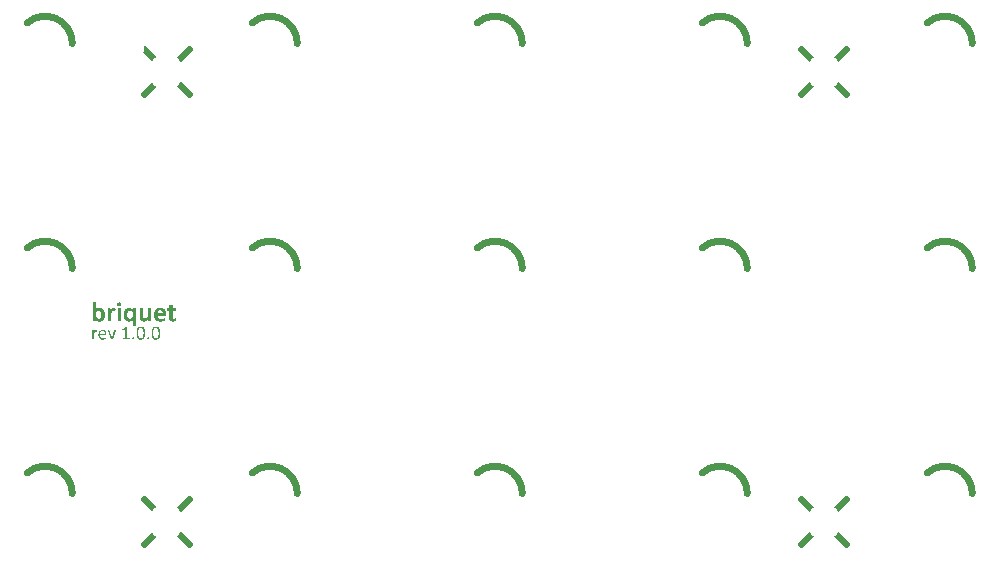
<source format=gbr>
%TF.GenerationSoftware,KiCad,Pcbnew,7.0.8*%
%TF.CreationDate,2023-12-01T15:01:34+01:00*%
%TF.ProjectId,briquet-rounded,62726971-7565-4742-9d72-6f756e646564,rev?*%
%TF.SameCoordinates,Original*%
%TF.FileFunction,Legend,Top*%
%TF.FilePolarity,Positive*%
%FSLAX46Y46*%
G04 Gerber Fmt 4.6, Leading zero omitted, Abs format (unit mm)*
G04 Created by KiCad (PCBNEW 7.0.8) date 2023-12-01 15:01:34*
%MOMM*%
%LPD*%
G01*
G04 APERTURE LIST*
%ADD10C,0.150000*%
%ADD11C,0.300000*%
%ADD12C,0.600000*%
%ADD13C,3.000000*%
%ADD14C,1.600000*%
%ADD15C,1.701800*%
%ADD16C,0.990600*%
%ADD17C,3.429000*%
%ADD18C,0.900000*%
G04 APERTURE END LIST*
D10*
G36*
X99689918Y-71961742D02*
G01*
X99689794Y-71974368D01*
X99689381Y-71986279D01*
X99689039Y-71991931D01*
X99687493Y-72003873D01*
X99685522Y-72010982D01*
X99679604Y-72021292D01*
X99679367Y-72021533D01*
X99669109Y-72025343D01*
X99657066Y-72023018D01*
X99652989Y-72021533D01*
X99641603Y-72017339D01*
X99631593Y-72014206D01*
X99619894Y-72010762D01*
X99607696Y-72007781D01*
X99604922Y-72007171D01*
X99592390Y-72005084D01*
X99580135Y-72004102D01*
X99572682Y-72003947D01*
X99559916Y-72004806D01*
X99547265Y-72007382D01*
X99535977Y-72011169D01*
X99532235Y-72012740D01*
X99521004Y-72018425D01*
X99510709Y-72024997D01*
X99500121Y-72032998D01*
X99490616Y-72041170D01*
X99481015Y-72050392D01*
X99472607Y-72059302D01*
X99464034Y-72069139D01*
X99455296Y-72079903D01*
X99447889Y-72089582D01*
X99444894Y-72093633D01*
X99437346Y-72104165D01*
X99429541Y-72115426D01*
X99421478Y-72127418D01*
X99414842Y-72137536D01*
X99408041Y-72148122D01*
X99401076Y-72159175D01*
X99393946Y-72170694D01*
X99392137Y-72173647D01*
X99392137Y-72658421D01*
X99388913Y-72669558D01*
X99379459Y-72676804D01*
X99378069Y-72677471D01*
X99366620Y-72680929D01*
X99357552Y-72682454D01*
X99345627Y-72683403D01*
X99333647Y-72683828D01*
X99323847Y-72683920D01*
X99312049Y-72683776D01*
X99299629Y-72683227D01*
X99290728Y-72682454D01*
X99278857Y-72680329D01*
X99269625Y-72677471D01*
X99259880Y-72670643D01*
X99259074Y-72669558D01*
X99256143Y-72658421D01*
X99256143Y-71921589D01*
X99258488Y-71910451D01*
X99267555Y-71902723D01*
X99268453Y-71902245D01*
X99280095Y-71898380D01*
X99287504Y-71897262D01*
X99300040Y-71896421D01*
X99312295Y-71896118D01*
X99317985Y-71896090D01*
X99329751Y-71896228D01*
X99341780Y-71896749D01*
X99348174Y-71897262D01*
X99359930Y-71899416D01*
X99366638Y-71902245D01*
X99375671Y-71909904D01*
X99376017Y-71910451D01*
X99378948Y-71921589D01*
X99378948Y-72028860D01*
X99386509Y-72017485D01*
X99393951Y-72006659D01*
X99401273Y-71996382D01*
X99408477Y-71986655D01*
X99417314Y-71975269D01*
X99425965Y-71964742D01*
X99434430Y-71955073D01*
X99436101Y-71953243D01*
X99444449Y-71944391D01*
X99454258Y-71934582D01*
X99463841Y-71925659D01*
X99473197Y-71917621D01*
X99483826Y-71909365D01*
X99486806Y-71907227D01*
X99497292Y-71900295D01*
X99507723Y-71894372D01*
X99519575Y-71888840D01*
X99531353Y-71884627D01*
X99534287Y-71883780D01*
X99546157Y-71880959D01*
X99558027Y-71878944D01*
X99569897Y-71877735D01*
X99581767Y-71877332D01*
X99594034Y-71877663D01*
X99606094Y-71878504D01*
X99618316Y-71879923D01*
X99629966Y-71881943D01*
X99634524Y-71882901D01*
X99646137Y-71885665D01*
X99657453Y-71888967D01*
X99661195Y-71890228D01*
X99672488Y-71894844D01*
X99678194Y-71898435D01*
X99684642Y-71906348D01*
X99687573Y-71915727D01*
X99689148Y-71927648D01*
X99689332Y-71932140D01*
X99689753Y-71944045D01*
X99689904Y-71956074D01*
X99689918Y-71961742D01*
G37*
G36*
X100141892Y-71877577D02*
G01*
X100157581Y-71878311D01*
X100172811Y-71879534D01*
X100187583Y-71881247D01*
X100201896Y-71883450D01*
X100215750Y-71886142D01*
X100229146Y-71889323D01*
X100242084Y-71892994D01*
X100254563Y-71897154D01*
X100266583Y-71901804D01*
X100274342Y-71905176D01*
X100285690Y-71910564D01*
X100296651Y-71916287D01*
X100307225Y-71922345D01*
X100317413Y-71928737D01*
X100327215Y-71935465D01*
X100336630Y-71942528D01*
X100348583Y-71952465D01*
X100359848Y-71962998D01*
X100370427Y-71974127D01*
X100375459Y-71979914D01*
X100385021Y-71991894D01*
X100393924Y-72004387D01*
X100402167Y-72017393D01*
X100409751Y-72030912D01*
X100416675Y-72044944D01*
X100421435Y-72055804D01*
X100425825Y-72066953D01*
X100429843Y-72078390D01*
X100433491Y-72090116D01*
X100436791Y-72102064D01*
X100439766Y-72114166D01*
X100442417Y-72126422D01*
X100444743Y-72138834D01*
X100446745Y-72151399D01*
X100448422Y-72164120D01*
X100449774Y-72176994D01*
X100450802Y-72190024D01*
X100451505Y-72203208D01*
X100451884Y-72216546D01*
X100451956Y-72225525D01*
X100451956Y-72249851D01*
X100451184Y-72262944D01*
X100448414Y-72275744D01*
X100442888Y-72287385D01*
X100435836Y-72295280D01*
X100425457Y-72302390D01*
X100414106Y-72306867D01*
X100401781Y-72308710D01*
X100399199Y-72308762D01*
X99912961Y-72308762D01*
X99913069Y-72320739D01*
X99913393Y-72332489D01*
X99914163Y-72347803D01*
X99915317Y-72362714D01*
X99916856Y-72377222D01*
X99918779Y-72391327D01*
X99921087Y-72405029D01*
X99923780Y-72418328D01*
X99925271Y-72424827D01*
X99928604Y-72437498D01*
X99932451Y-72449721D01*
X99936811Y-72461495D01*
X99941684Y-72472820D01*
X99947069Y-72483697D01*
X99952968Y-72494124D01*
X99959379Y-72504103D01*
X99966303Y-72513633D01*
X99975786Y-72524759D01*
X99986098Y-72535054D01*
X99997241Y-72544520D01*
X100006753Y-72551494D01*
X100016796Y-72557938D01*
X100027370Y-72563850D01*
X100038475Y-72569231D01*
X100041335Y-72570493D01*
X100053232Y-72575096D01*
X100065771Y-72579084D01*
X100078951Y-72582459D01*
X100092772Y-72585221D01*
X100107234Y-72587369D01*
X100122338Y-72588903D01*
X100134086Y-72589651D01*
X100146195Y-72590054D01*
X100154468Y-72590130D01*
X100167474Y-72589997D01*
X100180114Y-72589599D01*
X100192387Y-72588935D01*
X100204294Y-72588005D01*
X100218662Y-72586470D01*
X100232458Y-72584519D01*
X100245681Y-72582154D01*
X100248257Y-72581631D01*
X100260900Y-72578833D01*
X100272998Y-72575935D01*
X100284553Y-72572937D01*
X100297701Y-72569207D01*
X100310066Y-72565332D01*
X100319772Y-72561993D01*
X100332460Y-72557361D01*
X100344111Y-72552953D01*
X100356155Y-72548191D01*
X100368084Y-72543183D01*
X100369304Y-72542649D01*
X100380478Y-72538013D01*
X100392266Y-72534552D01*
X100398613Y-72533857D01*
X100408578Y-72536788D01*
X100415612Y-72545580D01*
X100418745Y-72557011D01*
X100419423Y-72561993D01*
X100420337Y-72574445D01*
X100420594Y-72586562D01*
X100420595Y-72587492D01*
X100420285Y-72599582D01*
X100419716Y-72606543D01*
X100418183Y-72618435D01*
X100417664Y-72620905D01*
X100413561Y-72632042D01*
X100406525Y-72641421D01*
X100406234Y-72641714D01*
X100396517Y-72648351D01*
X100386087Y-72653801D01*
X100379562Y-72656955D01*
X100367600Y-72662066D01*
X100355781Y-72666508D01*
X100344646Y-72670293D01*
X100332584Y-72674057D01*
X100321823Y-72677178D01*
X100310469Y-72680158D01*
X100298571Y-72683052D01*
X100286128Y-72685860D01*
X100273143Y-72688581D01*
X100259613Y-72691218D01*
X100245539Y-72693768D01*
X100239758Y-72694764D01*
X100228011Y-72696619D01*
X100216072Y-72698226D01*
X100203941Y-72699586D01*
X100191617Y-72700699D01*
X100179101Y-72701565D01*
X100166393Y-72702183D01*
X100153493Y-72702554D01*
X100140400Y-72702677D01*
X100123452Y-72702451D01*
X100106901Y-72701771D01*
X100090747Y-72700637D01*
X100074990Y-72699050D01*
X100059629Y-72697010D01*
X100044665Y-72694517D01*
X100030098Y-72691570D01*
X100015927Y-72688169D01*
X100002153Y-72684316D01*
X99988776Y-72680009D01*
X99980079Y-72676885D01*
X99967357Y-72671778D01*
X99955023Y-72666238D01*
X99943074Y-72660265D01*
X99931512Y-72653859D01*
X99920337Y-72647021D01*
X99909548Y-72639750D01*
X99899145Y-72632046D01*
X99889129Y-72623909D01*
X99879499Y-72615340D01*
X99870255Y-72606337D01*
X99864307Y-72600095D01*
X99855716Y-72590307D01*
X99847526Y-72580064D01*
X99839738Y-72569369D01*
X99832351Y-72558220D01*
X99825367Y-72546618D01*
X99818784Y-72534562D01*
X99812604Y-72522053D01*
X99806825Y-72509090D01*
X99801448Y-72495675D01*
X99796473Y-72481805D01*
X99793379Y-72472307D01*
X99789137Y-72457690D01*
X99785311Y-72442635D01*
X99781903Y-72427143D01*
X99778913Y-72411212D01*
X99776339Y-72394843D01*
X99774183Y-72378036D01*
X99772444Y-72360792D01*
X99771517Y-72349052D01*
X99770775Y-72337118D01*
X99770219Y-72324989D01*
X99769848Y-72312665D01*
X99769662Y-72300147D01*
X99769639Y-72293815D01*
X99769735Y-72281802D01*
X99770024Y-72269942D01*
X99770817Y-72252439D01*
X99772043Y-72235282D01*
X99773702Y-72218471D01*
X99775794Y-72202004D01*
X99775966Y-72200905D01*
X99912961Y-72200905D01*
X100315082Y-72200905D01*
X100315207Y-72188471D01*
X100314922Y-72176377D01*
X100314227Y-72164621D01*
X100312416Y-72147623D01*
X100309683Y-72131387D01*
X100306027Y-72115914D01*
X100301450Y-72101203D01*
X100295950Y-72087255D01*
X100289528Y-72074070D01*
X100282184Y-72061646D01*
X100273918Y-72049986D01*
X100267894Y-72042635D01*
X100258127Y-72032369D01*
X100247510Y-72023113D01*
X100236042Y-72014866D01*
X100223725Y-72007629D01*
X100210557Y-72001402D01*
X100196539Y-71996185D01*
X100181671Y-71991978D01*
X100165954Y-71988780D01*
X100149386Y-71986592D01*
X100131968Y-71985414D01*
X100119883Y-71985190D01*
X100107477Y-71985469D01*
X100095465Y-71986307D01*
X100081004Y-71988140D01*
X100067158Y-71990846D01*
X100053927Y-71994426D01*
X100041312Y-71998878D01*
X100031663Y-72003068D01*
X100020141Y-72008941D01*
X100009206Y-72015387D01*
X99998857Y-72022405D01*
X99989096Y-72029996D01*
X99979921Y-72038159D01*
X99971333Y-72046894D01*
X99968062Y-72050549D01*
X99960373Y-72059951D01*
X99953241Y-72069840D01*
X99946668Y-72080216D01*
X99940653Y-72091078D01*
X99935196Y-72102427D01*
X99930298Y-72114262D01*
X99928495Y-72119132D01*
X99924483Y-72131407D01*
X99921058Y-72143868D01*
X99918221Y-72156514D01*
X99915969Y-72169347D01*
X99914305Y-72182366D01*
X99913227Y-72195571D01*
X99912961Y-72200905D01*
X99775966Y-72200905D01*
X99778318Y-72185882D01*
X99781276Y-72170106D01*
X99784666Y-72154675D01*
X99788488Y-72139589D01*
X99792744Y-72124848D01*
X99794259Y-72120012D01*
X99799068Y-72105710D01*
X99804264Y-72091820D01*
X99809846Y-72078342D01*
X99815815Y-72065277D01*
X99822170Y-72052623D01*
X99828911Y-72040382D01*
X99836039Y-72028553D01*
X99843553Y-72017137D01*
X99851454Y-72006132D01*
X99859741Y-71995539D01*
X99865480Y-71988707D01*
X99874388Y-71978817D01*
X99883636Y-71969369D01*
X99893223Y-71960366D01*
X99903151Y-71951805D01*
X99913419Y-71943687D01*
X99924027Y-71936012D01*
X99934975Y-71928780D01*
X99946263Y-71921992D01*
X99957891Y-71915646D01*
X99969859Y-71909744D01*
X99978027Y-71906055D01*
X99990531Y-71900922D01*
X100003313Y-71896294D01*
X100016373Y-71892170D01*
X100029712Y-71888552D01*
X100043329Y-71885438D01*
X100057223Y-71882830D01*
X100071397Y-71880726D01*
X100085848Y-71879127D01*
X100100578Y-71878033D01*
X100115585Y-71877444D01*
X100125745Y-71877332D01*
X100141892Y-71877577D01*
G37*
G36*
X101255026Y-71919830D02*
G01*
X101254440Y-71926864D01*
X101253268Y-71934485D01*
X101251216Y-71943571D01*
X101248285Y-71954122D01*
X100995347Y-72654317D01*
X100990106Y-72664854D01*
X100986555Y-72669265D01*
X100976668Y-72675952D01*
X100970435Y-72678351D01*
X100958418Y-72681062D01*
X100946496Y-72682509D01*
X100943470Y-72682747D01*
X100931182Y-72683415D01*
X100918267Y-72683781D01*
X100905225Y-72683915D01*
X100902144Y-72683920D01*
X100890329Y-72683828D01*
X100878219Y-72683506D01*
X100866232Y-72682876D01*
X100860818Y-72682454D01*
X100848498Y-72680783D01*
X100836808Y-72678255D01*
X100834147Y-72677471D01*
X100823042Y-72672274D01*
X100818027Y-72668386D01*
X100811082Y-72658748D01*
X100808941Y-72654317D01*
X100556883Y-71954122D01*
X100553196Y-71942948D01*
X100551314Y-71937123D01*
X100548969Y-71925985D01*
X100548676Y-71919830D01*
X100551900Y-71908400D01*
X100561595Y-71901294D01*
X100563037Y-71900779D01*
X100574761Y-71897917D01*
X100583554Y-71896969D01*
X100595960Y-71896368D01*
X100608380Y-71896121D01*
X100615208Y-71896090D01*
X100627961Y-71896183D01*
X100640338Y-71896503D01*
X100652696Y-71897190D01*
X100653603Y-71897262D01*
X100665650Y-71898876D01*
X100675878Y-71901952D01*
X100685835Y-71908352D01*
X100687308Y-71910158D01*
X100693527Y-71920384D01*
X100694342Y-71922175D01*
X100903903Y-72529753D01*
X100907127Y-72539719D01*
X100909765Y-72529753D01*
X101116394Y-71922175D01*
X101121267Y-71911372D01*
X101122256Y-71910158D01*
X101131893Y-71903002D01*
X101134273Y-71901952D01*
X101145633Y-71898602D01*
X101155668Y-71897262D01*
X101168074Y-71896503D01*
X101180838Y-71896163D01*
X101191425Y-71896090D01*
X101203726Y-71896194D01*
X101216210Y-71896584D01*
X101222786Y-71896969D01*
X101234966Y-71898700D01*
X101242130Y-71901072D01*
X101251510Y-71908119D01*
X101252095Y-71908986D01*
X101255026Y-71919830D01*
G37*
G36*
X102422996Y-72626180D02*
G01*
X102422560Y-72638456D01*
X102420976Y-72650576D01*
X102420358Y-72653438D01*
X102416953Y-72664972D01*
X102413910Y-72671317D01*
X102405831Y-72680196D01*
X102404531Y-72680989D01*
X102393393Y-72683920D01*
X101836227Y-72683920D01*
X101825382Y-72680989D01*
X101816592Y-72672547D01*
X101815710Y-72671317D01*
X101810697Y-72660443D01*
X101808676Y-72653438D01*
X101806917Y-72641055D01*
X101806352Y-72629159D01*
X101806331Y-72626180D01*
X101806780Y-72613630D01*
X101808257Y-72601927D01*
X101808676Y-72599802D01*
X101812222Y-72588023D01*
X101815124Y-72581631D01*
X101822283Y-72572046D01*
X101824210Y-72570493D01*
X101835390Y-72566698D01*
X101836227Y-72566683D01*
X102058683Y-72566683D01*
X102058683Y-71764785D01*
X101852640Y-71896090D01*
X101841814Y-71901517D01*
X101830599Y-71905634D01*
X101827434Y-71906348D01*
X101815769Y-71904972D01*
X101812193Y-71902538D01*
X101806140Y-71892199D01*
X101804280Y-71884366D01*
X101802877Y-71871792D01*
X101802300Y-71858960D01*
X101802228Y-71851833D01*
X101802452Y-71839852D01*
X101803328Y-71827566D01*
X101803400Y-71826920D01*
X101805702Y-71814971D01*
X101807210Y-71809921D01*
X101813173Y-71799470D01*
X101814245Y-71798197D01*
X101823182Y-71790133D01*
X101826261Y-71787939D01*
X102071872Y-71624980D01*
X102080079Y-71620877D01*
X102091482Y-71617580D01*
X102092388Y-71617360D01*
X102104403Y-71615589D01*
X102109681Y-71615308D01*
X102121675Y-71614851D01*
X102133664Y-71614723D01*
X102134594Y-71614722D01*
X102147332Y-71614930D01*
X102159491Y-71615630D01*
X102167420Y-71616481D01*
X102179144Y-71618312D01*
X102187936Y-71620877D01*
X102197588Y-71627660D01*
X102197901Y-71628204D01*
X102200539Y-71637583D01*
X102200539Y-72566683D01*
X102393393Y-72566683D01*
X102404968Y-72570032D01*
X102405703Y-72570493D01*
X102413926Y-72579427D01*
X102415082Y-72581631D01*
X102419326Y-72592630D01*
X102420944Y-72599802D01*
X102422483Y-72611966D01*
X102422988Y-72624291D01*
X102422996Y-72626180D01*
G37*
G36*
X102811635Y-72588958D02*
G01*
X102811333Y-72602651D01*
X102810426Y-72615153D01*
X102808442Y-72629106D01*
X102805514Y-72641199D01*
X102800754Y-72653255D01*
X102793481Y-72663934D01*
X102792291Y-72665162D01*
X102782313Y-72672471D01*
X102771350Y-72677307D01*
X102758160Y-72680824D01*
X102745469Y-72682747D01*
X102731233Y-72683755D01*
X102721949Y-72683920D01*
X102710042Y-72683631D01*
X102696498Y-72682459D01*
X102684442Y-72680385D01*
X102671940Y-72676707D01*
X102660063Y-72670774D01*
X102653365Y-72665455D01*
X102646056Y-72655595D01*
X102641220Y-72644309D01*
X102638198Y-72632904D01*
X102636091Y-72619682D01*
X102635066Y-72607796D01*
X102634626Y-72594747D01*
X102634608Y-72591303D01*
X102634910Y-72577614D01*
X102635817Y-72565126D01*
X102637800Y-72551203D01*
X102640728Y-72539154D01*
X102645489Y-72527171D01*
X102652761Y-72516602D01*
X102653952Y-72515392D01*
X102663929Y-72507969D01*
X102674893Y-72503057D01*
X102688082Y-72499485D01*
X102700773Y-72497532D01*
X102715010Y-72496508D01*
X102724294Y-72496341D01*
X102736196Y-72496630D01*
X102749721Y-72497802D01*
X102761744Y-72499875D01*
X102774188Y-72503554D01*
X102785971Y-72509486D01*
X102792584Y-72514806D01*
X102800007Y-72524665D01*
X102804919Y-72535952D01*
X102807988Y-72547356D01*
X102810128Y-72560578D01*
X102811170Y-72572464D01*
X102811616Y-72585514D01*
X102811635Y-72588958D01*
G37*
G36*
X103384282Y-71596106D02*
G01*
X103396577Y-71596532D01*
X103408617Y-71597242D01*
X103420404Y-71598236D01*
X103437607Y-71600259D01*
X103454239Y-71602921D01*
X103470298Y-71606221D01*
X103485786Y-71610161D01*
X103500702Y-71614739D01*
X103515046Y-71619956D01*
X103528818Y-71625813D01*
X103542019Y-71632307D01*
X103554696Y-71639368D01*
X103566899Y-71647032D01*
X103578629Y-71655298D01*
X103589884Y-71664167D01*
X103600665Y-71673639D01*
X103610973Y-71683714D01*
X103620806Y-71694392D01*
X103630166Y-71705672D01*
X103639051Y-71717555D01*
X103647463Y-71730041D01*
X103652807Y-71738700D01*
X103660504Y-71752120D01*
X103667769Y-71766112D01*
X103674600Y-71780676D01*
X103680999Y-71795811D01*
X103686965Y-71811519D01*
X103692498Y-71827798D01*
X103697599Y-71844650D01*
X103700759Y-71856202D01*
X103703726Y-71868008D01*
X103706501Y-71880068D01*
X103709084Y-71892382D01*
X103711475Y-71904951D01*
X103712598Y-71911331D01*
X103714763Y-71924271D01*
X103716788Y-71937448D01*
X103718674Y-71950860D01*
X103720420Y-71964508D01*
X103722026Y-71978392D01*
X103723493Y-71992512D01*
X103724819Y-72006868D01*
X103726007Y-72021460D01*
X103727054Y-72036287D01*
X103727962Y-72051350D01*
X103728730Y-72066650D01*
X103729359Y-72082185D01*
X103729848Y-72097955D01*
X103730197Y-72113962D01*
X103730407Y-72130205D01*
X103730476Y-72146683D01*
X103730401Y-72162095D01*
X103730174Y-72177338D01*
X103729796Y-72192412D01*
X103729267Y-72207316D01*
X103728587Y-72222051D01*
X103727756Y-72236616D01*
X103726774Y-72251012D01*
X103725640Y-72265238D01*
X103724356Y-72279295D01*
X103722920Y-72293183D01*
X103721333Y-72306901D01*
X103719595Y-72320450D01*
X103717706Y-72333829D01*
X103715666Y-72347038D01*
X103713475Y-72360079D01*
X103711132Y-72372950D01*
X103708614Y-72385588D01*
X103705893Y-72398004D01*
X103702972Y-72410198D01*
X103699848Y-72422171D01*
X103696524Y-72433921D01*
X103692997Y-72445448D01*
X103689270Y-72456754D01*
X103685340Y-72467838D01*
X103679069Y-72484047D01*
X103672344Y-72499756D01*
X103665165Y-72514966D01*
X103657533Y-72529676D01*
X103649448Y-72543886D01*
X103646652Y-72548511D01*
X103637999Y-72562014D01*
X103628857Y-72574934D01*
X103619226Y-72587272D01*
X103609104Y-72599028D01*
X103598494Y-72610202D01*
X103587394Y-72620794D01*
X103575805Y-72630803D01*
X103563726Y-72640231D01*
X103551157Y-72649076D01*
X103538100Y-72657339D01*
X103529123Y-72662524D01*
X103515250Y-72669700D01*
X103500780Y-72676170D01*
X103485712Y-72681934D01*
X103470046Y-72686992D01*
X103453783Y-72691345D01*
X103436922Y-72694992D01*
X103425350Y-72697031D01*
X103413512Y-72698756D01*
X103401408Y-72700168D01*
X103389039Y-72701266D01*
X103376404Y-72702050D01*
X103363503Y-72702521D01*
X103350337Y-72702677D01*
X103337894Y-72702537D01*
X103325699Y-72702114D01*
X103313751Y-72701410D01*
X103302050Y-72700424D01*
X103284963Y-72698418D01*
X103268431Y-72695777D01*
X103252457Y-72692503D01*
X103237039Y-72688595D01*
X103222177Y-72684054D01*
X103207871Y-72678879D01*
X103194123Y-72673070D01*
X103180930Y-72666627D01*
X103168250Y-72659516D01*
X103156039Y-72651813D01*
X103144297Y-72643518D01*
X103133023Y-72634630D01*
X103122219Y-72625149D01*
X103111883Y-72615076D01*
X103102016Y-72604411D01*
X103092618Y-72593153D01*
X103083689Y-72581302D01*
X103075228Y-72568859D01*
X103069848Y-72560235D01*
X103062204Y-72546762D01*
X103054987Y-72532723D01*
X103048197Y-72518117D01*
X103041835Y-72502945D01*
X103035901Y-72487205D01*
X103030394Y-72470899D01*
X103025315Y-72454026D01*
X103022167Y-72442463D01*
X103019208Y-72430648D01*
X103016440Y-72418581D01*
X103013862Y-72406262D01*
X103011474Y-72393691D01*
X103010351Y-72387311D01*
X103008221Y-72374370D01*
X103006229Y-72361194D01*
X103004374Y-72347781D01*
X103002657Y-72334133D01*
X103001077Y-72320249D01*
X102999635Y-72306129D01*
X102998329Y-72291773D01*
X102997162Y-72277182D01*
X102996131Y-72262354D01*
X102995238Y-72247291D01*
X102994483Y-72231992D01*
X102993864Y-72216457D01*
X102993384Y-72200686D01*
X102993040Y-72184679D01*
X102992834Y-72168437D01*
X102992765Y-72151959D01*
X102992817Y-72141700D01*
X103137846Y-72141700D01*
X103137894Y-72156617D01*
X103138038Y-72171252D01*
X103138278Y-72185606D01*
X103138615Y-72199678D01*
X103139048Y-72213468D01*
X103139577Y-72226976D01*
X103140202Y-72240203D01*
X103140923Y-72253148D01*
X103141740Y-72265812D01*
X103142654Y-72278194D01*
X103143664Y-72290294D01*
X103144770Y-72302113D01*
X103146609Y-72319313D01*
X103148665Y-72335879D01*
X103150155Y-72346571D01*
X103152590Y-72362125D01*
X103155276Y-72377133D01*
X103158216Y-72391595D01*
X103161407Y-72405510D01*
X103164851Y-72418880D01*
X103168548Y-72431703D01*
X103172497Y-72443980D01*
X103176698Y-72455711D01*
X103181152Y-72466896D01*
X103187484Y-72480960D01*
X103189137Y-72484324D01*
X103196107Y-72497133D01*
X103203535Y-72509036D01*
X103211421Y-72520031D01*
X103219765Y-72530120D01*
X103228566Y-72539302D01*
X103237826Y-72547577D01*
X103247544Y-72554946D01*
X103257720Y-72561407D01*
X103268399Y-72567040D01*
X103279629Y-72571922D01*
X103291407Y-72576053D01*
X103303735Y-72579432D01*
X103316613Y-72582061D01*
X103330040Y-72583939D01*
X103344017Y-72585065D01*
X103358543Y-72585441D01*
X103372736Y-72585076D01*
X103386370Y-72583981D01*
X103399446Y-72582156D01*
X103411964Y-72579602D01*
X103423924Y-72576317D01*
X103435325Y-72572303D01*
X103439730Y-72570493D01*
X103450470Y-72565507D01*
X103462698Y-72558693D01*
X103474204Y-72550972D01*
X103484989Y-72542344D01*
X103495052Y-72532809D01*
X103499813Y-72527702D01*
X103507476Y-72518729D01*
X103514708Y-72509212D01*
X103521512Y-72499151D01*
X103527886Y-72488547D01*
X103533831Y-72477398D01*
X103539346Y-72465706D01*
X103541432Y-72460877D01*
X103546481Y-72448495D01*
X103551187Y-72435712D01*
X103555549Y-72422529D01*
X103559567Y-72408945D01*
X103563243Y-72394960D01*
X103565935Y-72383484D01*
X103567811Y-72374708D01*
X103570206Y-72362719D01*
X103572409Y-72350491D01*
X103574419Y-72338026D01*
X103576237Y-72325322D01*
X103577863Y-72312380D01*
X103579296Y-72299200D01*
X103580537Y-72285782D01*
X103581586Y-72272126D01*
X103582479Y-72258209D01*
X103583253Y-72244154D01*
X103583908Y-72229962D01*
X103584444Y-72215633D01*
X103584860Y-72201166D01*
X103585158Y-72186562D01*
X103585337Y-72171820D01*
X103585396Y-72156941D01*
X103585345Y-72141975D01*
X103585190Y-72127303D01*
X103584932Y-72112925D01*
X103584572Y-72098840D01*
X103584108Y-72085049D01*
X103583541Y-72071552D01*
X103582872Y-72058348D01*
X103582099Y-72045438D01*
X103581223Y-72032822D01*
X103580244Y-72020499D01*
X103579534Y-72012447D01*
X103578389Y-72000546D01*
X103576717Y-71985095D01*
X103574881Y-71970119D01*
X103572880Y-71955621D01*
X103570714Y-71941598D01*
X103568383Y-71928052D01*
X103565887Y-71914982D01*
X103563226Y-71902388D01*
X103562535Y-71899314D01*
X103559645Y-71887292D01*
X103556545Y-71875702D01*
X103552373Y-71861818D01*
X103547872Y-71848608D01*
X103543042Y-71836070D01*
X103537883Y-71824205D01*
X103533519Y-71815197D01*
X103527852Y-71804422D01*
X103521841Y-71794262D01*
X103514175Y-71782883D01*
X103506014Y-71772390D01*
X103497359Y-71762784D01*
X103491314Y-71756871D01*
X103481824Y-71748741D01*
X103471819Y-71741498D01*
X103461298Y-71735140D01*
X103450263Y-71729669D01*
X103438712Y-71725084D01*
X103434747Y-71723752D01*
X103422599Y-71720166D01*
X103409894Y-71717322D01*
X103396633Y-71715220D01*
X103382815Y-71713860D01*
X103370875Y-71713293D01*
X103363526Y-71713201D01*
X103350624Y-71713494D01*
X103338185Y-71714375D01*
X103326210Y-71715844D01*
X103310965Y-71718715D01*
X103296544Y-71722631D01*
X103282947Y-71727590D01*
X103270175Y-71733594D01*
X103258227Y-71740642D01*
X103249806Y-71746613D01*
X103239177Y-71755287D01*
X103229125Y-71764748D01*
X103219650Y-71774997D01*
X103210752Y-71786034D01*
X103202431Y-71797858D01*
X103194687Y-71810470D01*
X103187520Y-71823870D01*
X103180930Y-71838058D01*
X103176346Y-71849114D01*
X103172044Y-71860520D01*
X103168027Y-71872277D01*
X103164292Y-71884384D01*
X103160841Y-71896842D01*
X103157674Y-71909650D01*
X103154790Y-71922808D01*
X103152189Y-71936317D01*
X103149871Y-71950175D01*
X103147837Y-71964385D01*
X103146638Y-71974052D01*
X103145067Y-71988773D01*
X103143650Y-72003700D01*
X103142388Y-72018833D01*
X103141280Y-72034172D01*
X103140327Y-72049718D01*
X103139529Y-72065469D01*
X103138885Y-72081427D01*
X103138395Y-72097590D01*
X103138060Y-72113960D01*
X103137880Y-72130535D01*
X103137846Y-72141700D01*
X102992817Y-72141700D01*
X102992842Y-72136651D01*
X102993072Y-72121505D01*
X102993456Y-72106518D01*
X102993993Y-72091692D01*
X102994683Y-72077026D01*
X102995527Y-72062520D01*
X102996524Y-72048174D01*
X102997675Y-72033989D01*
X102998979Y-72019964D01*
X103000436Y-72006100D01*
X103002047Y-71992395D01*
X103003811Y-71978851D01*
X103005729Y-71965468D01*
X103007800Y-71952244D01*
X103010024Y-71939181D01*
X103012402Y-71926278D01*
X103014989Y-71913569D01*
X103017765Y-71901086D01*
X103020731Y-71888830D01*
X103023888Y-71876801D01*
X103027234Y-71864998D01*
X103030771Y-71853422D01*
X103034498Y-71842073D01*
X103038414Y-71830950D01*
X103044646Y-71814691D01*
X103051305Y-71798943D01*
X103058391Y-71783704D01*
X103065905Y-71768975D01*
X103073847Y-71754756D01*
X103076589Y-71750130D01*
X103085187Y-71736630D01*
X103094275Y-71723718D01*
X103103851Y-71711392D01*
X103113917Y-71699654D01*
X103124473Y-71688504D01*
X103135518Y-71677940D01*
X103147052Y-71667964D01*
X103159076Y-71658576D01*
X103171590Y-71649774D01*
X103184592Y-71641560D01*
X103193533Y-71636411D01*
X103207450Y-71629183D01*
X103221944Y-71622665D01*
X103237016Y-71616859D01*
X103252664Y-71611764D01*
X103268889Y-71607379D01*
X103285692Y-71603706D01*
X103303071Y-71600743D01*
X103314978Y-71599164D01*
X103327141Y-71597900D01*
X103339561Y-71596952D01*
X103352237Y-71596320D01*
X103365170Y-71596004D01*
X103371732Y-71595964D01*
X103384282Y-71596106D01*
G37*
G36*
X104085996Y-72588958D02*
G01*
X104085694Y-72602651D01*
X104084787Y-72615153D01*
X104082804Y-72629106D01*
X104079876Y-72641199D01*
X104075115Y-72653255D01*
X104067842Y-72663934D01*
X104066652Y-72665162D01*
X104056675Y-72672471D01*
X104045711Y-72677307D01*
X104032522Y-72680824D01*
X104019831Y-72682747D01*
X104005594Y-72683755D01*
X103996310Y-72683920D01*
X103984403Y-72683631D01*
X103970859Y-72682459D01*
X103958804Y-72680385D01*
X103946302Y-72676707D01*
X103934424Y-72670774D01*
X103927727Y-72665455D01*
X103920418Y-72655595D01*
X103915582Y-72644309D01*
X103912559Y-72632904D01*
X103910453Y-72619682D01*
X103909427Y-72607796D01*
X103908987Y-72594747D01*
X103908969Y-72591303D01*
X103909271Y-72577614D01*
X103910178Y-72565126D01*
X103912162Y-72551203D01*
X103915090Y-72539154D01*
X103919850Y-72527171D01*
X103927123Y-72516602D01*
X103928313Y-72515392D01*
X103938291Y-72507969D01*
X103949254Y-72503057D01*
X103962443Y-72499485D01*
X103975134Y-72497532D01*
X103989371Y-72496508D01*
X103998655Y-72496341D01*
X104010557Y-72496630D01*
X104024083Y-72497802D01*
X104036105Y-72499875D01*
X104048549Y-72503554D01*
X104060332Y-72509486D01*
X104066945Y-72514806D01*
X104074368Y-72524665D01*
X104079280Y-72535952D01*
X104082350Y-72547356D01*
X104084489Y-72560578D01*
X104085531Y-72572464D01*
X104085978Y-72585514D01*
X104085996Y-72588958D01*
G37*
G36*
X104658643Y-71596106D02*
G01*
X104670938Y-71596532D01*
X104682979Y-71597242D01*
X104694765Y-71598236D01*
X104711969Y-71600259D01*
X104728600Y-71602921D01*
X104744660Y-71606221D01*
X104760148Y-71610161D01*
X104775064Y-71614739D01*
X104789408Y-71619956D01*
X104803180Y-71625813D01*
X104816380Y-71632307D01*
X104829057Y-71639368D01*
X104841261Y-71647032D01*
X104852990Y-71655298D01*
X104864246Y-71664167D01*
X104875027Y-71673639D01*
X104885334Y-71683714D01*
X104895168Y-71694392D01*
X104904527Y-71705672D01*
X104913413Y-71717555D01*
X104921824Y-71730041D01*
X104927169Y-71738700D01*
X104934866Y-71752120D01*
X104942130Y-71766112D01*
X104948962Y-71780676D01*
X104955360Y-71795811D01*
X104961326Y-71811519D01*
X104966860Y-71827798D01*
X104971960Y-71844650D01*
X104975120Y-71856202D01*
X104978088Y-71868008D01*
X104980863Y-71880068D01*
X104983446Y-71892382D01*
X104985836Y-71904951D01*
X104986959Y-71911331D01*
X104989124Y-71924271D01*
X104991150Y-71937448D01*
X104993035Y-71950860D01*
X104994781Y-71964508D01*
X104996387Y-71978392D01*
X104997854Y-71992512D01*
X104999181Y-72006868D01*
X105000368Y-72021460D01*
X105001416Y-72036287D01*
X105002324Y-72051350D01*
X105003092Y-72066650D01*
X105003720Y-72082185D01*
X105004209Y-72097955D01*
X105004559Y-72113962D01*
X105004768Y-72130205D01*
X105004838Y-72146683D01*
X105004762Y-72162095D01*
X105004536Y-72177338D01*
X105004158Y-72192412D01*
X105003629Y-72207316D01*
X105002949Y-72222051D01*
X105002118Y-72236616D01*
X105001135Y-72251012D01*
X105000002Y-72265238D01*
X104998717Y-72279295D01*
X104997282Y-72293183D01*
X104995695Y-72306901D01*
X104993957Y-72320450D01*
X104992068Y-72333829D01*
X104990028Y-72347038D01*
X104987836Y-72360079D01*
X104985494Y-72372950D01*
X104982975Y-72385588D01*
X104980255Y-72398004D01*
X104977333Y-72410198D01*
X104974210Y-72422171D01*
X104970885Y-72433921D01*
X104967359Y-72445448D01*
X104963631Y-72456754D01*
X104959702Y-72467838D01*
X104953430Y-72484047D01*
X104946705Y-72499756D01*
X104939527Y-72514966D01*
X104931895Y-72529676D01*
X104923810Y-72543886D01*
X104921014Y-72548511D01*
X104912361Y-72562014D01*
X104903219Y-72574934D01*
X104893587Y-72587272D01*
X104883466Y-72599028D01*
X104872855Y-72610202D01*
X104861755Y-72620794D01*
X104850166Y-72630803D01*
X104838087Y-72640231D01*
X104825519Y-72649076D01*
X104812461Y-72657339D01*
X104803484Y-72662524D01*
X104789611Y-72669700D01*
X104775141Y-72676170D01*
X104760073Y-72681934D01*
X104744408Y-72686992D01*
X104728145Y-72691345D01*
X104711284Y-72694992D01*
X104699711Y-72697031D01*
X104687873Y-72698756D01*
X104675769Y-72700168D01*
X104663400Y-72701266D01*
X104650765Y-72702050D01*
X104637865Y-72702521D01*
X104624698Y-72702677D01*
X104612256Y-72702537D01*
X104600060Y-72702114D01*
X104588112Y-72701410D01*
X104576411Y-72700424D01*
X104559324Y-72698418D01*
X104542793Y-72695777D01*
X104526818Y-72692503D01*
X104511400Y-72688595D01*
X104496538Y-72684054D01*
X104482233Y-72678879D01*
X104468484Y-72673070D01*
X104455291Y-72666627D01*
X104442612Y-72659516D01*
X104430400Y-72651813D01*
X104418658Y-72643518D01*
X104407385Y-72634630D01*
X104396580Y-72625149D01*
X104386244Y-72615076D01*
X104376377Y-72604411D01*
X104366979Y-72593153D01*
X104358050Y-72581302D01*
X104349590Y-72568859D01*
X104344210Y-72560235D01*
X104336565Y-72546762D01*
X104329348Y-72532723D01*
X104322559Y-72518117D01*
X104316197Y-72502945D01*
X104310262Y-72487205D01*
X104304756Y-72470899D01*
X104299677Y-72454026D01*
X104296528Y-72442463D01*
X104293570Y-72430648D01*
X104290802Y-72418581D01*
X104288223Y-72406262D01*
X104285835Y-72393691D01*
X104284712Y-72387311D01*
X104282583Y-72374370D01*
X104280591Y-72361194D01*
X104278736Y-72347781D01*
X104277019Y-72334133D01*
X104275439Y-72320249D01*
X104273996Y-72306129D01*
X104272691Y-72291773D01*
X104271523Y-72277182D01*
X104270493Y-72262354D01*
X104269600Y-72247291D01*
X104268844Y-72231992D01*
X104268226Y-72216457D01*
X104267745Y-72200686D01*
X104267402Y-72184679D01*
X104267195Y-72168437D01*
X104267127Y-72151959D01*
X104267178Y-72141700D01*
X104412207Y-72141700D01*
X104412255Y-72156617D01*
X104412399Y-72171252D01*
X104412640Y-72185606D01*
X104412976Y-72199678D01*
X104413409Y-72213468D01*
X104413938Y-72226976D01*
X104414563Y-72240203D01*
X104415284Y-72253148D01*
X104416102Y-72265812D01*
X104417016Y-72278194D01*
X104418025Y-72290294D01*
X104419131Y-72302113D01*
X104420971Y-72319313D01*
X104423026Y-72335879D01*
X104424517Y-72346571D01*
X104426951Y-72362125D01*
X104429638Y-72377133D01*
X104432577Y-72391595D01*
X104435769Y-72405510D01*
X104439213Y-72418880D01*
X104442909Y-72431703D01*
X104446858Y-72443980D01*
X104451060Y-72455711D01*
X104455514Y-72466896D01*
X104461845Y-72480960D01*
X104463498Y-72484324D01*
X104470468Y-72497133D01*
X104477896Y-72509036D01*
X104485782Y-72520031D01*
X104494126Y-72530120D01*
X104502928Y-72539302D01*
X104512188Y-72547577D01*
X104521906Y-72554946D01*
X104532081Y-72561407D01*
X104542761Y-72567040D01*
X104553990Y-72571922D01*
X104565769Y-72576053D01*
X104578097Y-72579432D01*
X104590974Y-72582061D01*
X104604402Y-72583939D01*
X104618379Y-72585065D01*
X104632905Y-72585441D01*
X104647097Y-72585076D01*
X104660731Y-72583981D01*
X104673807Y-72582156D01*
X104686325Y-72579602D01*
X104698285Y-72576317D01*
X104709687Y-72572303D01*
X104714091Y-72570493D01*
X104724832Y-72565507D01*
X104737059Y-72558693D01*
X104748565Y-72550972D01*
X104759350Y-72542344D01*
X104769414Y-72532809D01*
X104774175Y-72527702D01*
X104781837Y-72518729D01*
X104789070Y-72509212D01*
X104795873Y-72499151D01*
X104802248Y-72488547D01*
X104808192Y-72477398D01*
X104813708Y-72465706D01*
X104815794Y-72460877D01*
X104820843Y-72448495D01*
X104825548Y-72435712D01*
X104829910Y-72422529D01*
X104833929Y-72408945D01*
X104837604Y-72394960D01*
X104840297Y-72383484D01*
X104842172Y-72374708D01*
X104844567Y-72362719D01*
X104846770Y-72350491D01*
X104848780Y-72338026D01*
X104850598Y-72325322D01*
X104852224Y-72312380D01*
X104853658Y-72299200D01*
X104854899Y-72285782D01*
X104855947Y-72272126D01*
X104856840Y-72258209D01*
X104857614Y-72244154D01*
X104858269Y-72229962D01*
X104858805Y-72215633D01*
X104859222Y-72201166D01*
X104859519Y-72186562D01*
X104859698Y-72171820D01*
X104859758Y-72156941D01*
X104859706Y-72141975D01*
X104859552Y-72127303D01*
X104859294Y-72112925D01*
X104858933Y-72098840D01*
X104858470Y-72085049D01*
X104857903Y-72071552D01*
X104857233Y-72058348D01*
X104856460Y-72045438D01*
X104855584Y-72032822D01*
X104854606Y-72020499D01*
X104853896Y-72012447D01*
X104852750Y-72000546D01*
X104851079Y-71985095D01*
X104849242Y-71970119D01*
X104847241Y-71955621D01*
X104845075Y-71941598D01*
X104842744Y-71928052D01*
X104840248Y-71914982D01*
X104837587Y-71902388D01*
X104836896Y-71899314D01*
X104834007Y-71887292D01*
X104830906Y-71875702D01*
X104826735Y-71861818D01*
X104822234Y-71848608D01*
X104817404Y-71836070D01*
X104812245Y-71824205D01*
X104807880Y-71815197D01*
X104802213Y-71804422D01*
X104796203Y-71794262D01*
X104788536Y-71782883D01*
X104780376Y-71772390D01*
X104771720Y-71762784D01*
X104765675Y-71756871D01*
X104756185Y-71748741D01*
X104746180Y-71741498D01*
X104735660Y-71735140D01*
X104724624Y-71729669D01*
X104713073Y-71725084D01*
X104709109Y-71723752D01*
X104696960Y-71720166D01*
X104684255Y-71717322D01*
X104670994Y-71715220D01*
X104657176Y-71713860D01*
X104645237Y-71713293D01*
X104637887Y-71713201D01*
X104624985Y-71713494D01*
X104612546Y-71714375D01*
X104600571Y-71715844D01*
X104585326Y-71718715D01*
X104570905Y-71722631D01*
X104557308Y-71727590D01*
X104544536Y-71733594D01*
X104532588Y-71740642D01*
X104524168Y-71746613D01*
X104513539Y-71755287D01*
X104503487Y-71764748D01*
X104494012Y-71774997D01*
X104485114Y-71786034D01*
X104476792Y-71797858D01*
X104469048Y-71810470D01*
X104461881Y-71823870D01*
X104455291Y-71838058D01*
X104450707Y-71849114D01*
X104446406Y-71860520D01*
X104442388Y-71872277D01*
X104438654Y-71884384D01*
X104435203Y-71896842D01*
X104432035Y-71909650D01*
X104429151Y-71922808D01*
X104426550Y-71936317D01*
X104424233Y-71950175D01*
X104422198Y-71964385D01*
X104421000Y-71974052D01*
X104419428Y-71988773D01*
X104418012Y-72003700D01*
X104416749Y-72018833D01*
X104415642Y-72034172D01*
X104414689Y-72049718D01*
X104413890Y-72065469D01*
X104413246Y-72081427D01*
X104412757Y-72097590D01*
X104412422Y-72113960D01*
X104412241Y-72130535D01*
X104412207Y-72141700D01*
X104267178Y-72141700D01*
X104267203Y-72136651D01*
X104267434Y-72121505D01*
X104267817Y-72106518D01*
X104268354Y-72091692D01*
X104269044Y-72077026D01*
X104269888Y-72062520D01*
X104270885Y-72048174D01*
X104272036Y-72033989D01*
X104273340Y-72019964D01*
X104274798Y-72006100D01*
X104276408Y-71992395D01*
X104278173Y-71978851D01*
X104280090Y-71965468D01*
X104282161Y-71952244D01*
X104284386Y-71939181D01*
X104286764Y-71926278D01*
X104289350Y-71913569D01*
X104292127Y-71901086D01*
X104295093Y-71888830D01*
X104298249Y-71876801D01*
X104301596Y-71864998D01*
X104305132Y-71853422D01*
X104308859Y-71842073D01*
X104312776Y-71830950D01*
X104319007Y-71814691D01*
X104325666Y-71798943D01*
X104332753Y-71783704D01*
X104340267Y-71768975D01*
X104348209Y-71754756D01*
X104350951Y-71750130D01*
X104359549Y-71736630D01*
X104368636Y-71723718D01*
X104378213Y-71711392D01*
X104388279Y-71699654D01*
X104398834Y-71688504D01*
X104409879Y-71677940D01*
X104421414Y-71667964D01*
X104433438Y-71658576D01*
X104445951Y-71649774D01*
X104458954Y-71641560D01*
X104467894Y-71636411D01*
X104481812Y-71629183D01*
X104496306Y-71622665D01*
X104511377Y-71616859D01*
X104527026Y-71611764D01*
X104543251Y-71607379D01*
X104560053Y-71603706D01*
X104577433Y-71600743D01*
X104589340Y-71599164D01*
X104601503Y-71597900D01*
X104613923Y-71596952D01*
X104626599Y-71596320D01*
X104639531Y-71596004D01*
X104646094Y-71595964D01*
X104658643Y-71596106D01*
G37*
D11*
G36*
X99432403Y-69528108D02*
G01*
X99449212Y-69528645D01*
X99466573Y-69529696D01*
X99483747Y-69531437D01*
X99485501Y-69531666D01*
X99502012Y-69534067D01*
X99518828Y-69537804D01*
X99530344Y-69541632D01*
X99545619Y-69549187D01*
X99554426Y-69557410D01*
X99561147Y-69573203D01*
X99561485Y-69578170D01*
X99561485Y-70153655D01*
X99573931Y-70141613D01*
X99586357Y-70130137D01*
X99601241Y-70117117D01*
X99616097Y-70104913D01*
X99630923Y-70093527D01*
X99640790Y-70086391D01*
X99655723Y-70076309D01*
X99670627Y-70066928D01*
X99685502Y-70058247D01*
X99700347Y-70050267D01*
X99717630Y-70041843D01*
X99720096Y-70040717D01*
X99737634Y-70033221D01*
X99755371Y-70026719D01*
X99773307Y-70021209D01*
X99791441Y-70016693D01*
X99801893Y-70014559D01*
X99820621Y-70011323D01*
X99839745Y-70008882D01*
X99856455Y-70007423D01*
X99873456Y-70006547D01*
X99890749Y-70006255D01*
X99912159Y-70006660D01*
X99932949Y-70007875D01*
X99953119Y-70009900D01*
X99972669Y-70012736D01*
X99991598Y-70016382D01*
X100009907Y-70020837D01*
X100027595Y-70026103D01*
X100044663Y-70032180D01*
X100061110Y-70039066D01*
X100076937Y-70046762D01*
X100087144Y-70052343D01*
X100101985Y-70061192D01*
X100116300Y-70070610D01*
X100130090Y-70080597D01*
X100143354Y-70091153D01*
X100156092Y-70102278D01*
X100168305Y-70113973D01*
X100179993Y-70126237D01*
X100191155Y-70139071D01*
X100201792Y-70152474D01*
X100211903Y-70166446D01*
X100218351Y-70176077D01*
X100227609Y-70190869D01*
X100236384Y-70206128D01*
X100244678Y-70221854D01*
X100252490Y-70238047D01*
X100259820Y-70254708D01*
X100266669Y-70271835D01*
X100273035Y-70289430D01*
X100278921Y-70307492D01*
X100284324Y-70326021D01*
X100289246Y-70345017D01*
X100292259Y-70357940D01*
X100296489Y-70377502D01*
X100300302Y-70397260D01*
X100303700Y-70417216D01*
X100306682Y-70437369D01*
X100309247Y-70457719D01*
X100311396Y-70478266D01*
X100313130Y-70499010D01*
X100314447Y-70519951D01*
X100315349Y-70541089D01*
X100315834Y-70562424D01*
X100315926Y-70576757D01*
X100315808Y-70593982D01*
X100315453Y-70610986D01*
X100314861Y-70627770D01*
X100313529Y-70652532D01*
X100311664Y-70676798D01*
X100309266Y-70700567D01*
X100306336Y-70723840D01*
X100302873Y-70746617D01*
X100298877Y-70768897D01*
X100294348Y-70790681D01*
X100289286Y-70811969D01*
X100285616Y-70825885D01*
X100279696Y-70846235D01*
X100273301Y-70866023D01*
X100266431Y-70885249D01*
X100259088Y-70903912D01*
X100251270Y-70922014D01*
X100242977Y-70939554D01*
X100234210Y-70956532D01*
X100224969Y-70972948D01*
X100215253Y-70988802D01*
X100205063Y-71004094D01*
X100198006Y-71013976D01*
X100187032Y-71028221D01*
X100175599Y-71041838D01*
X100163706Y-71054827D01*
X100151353Y-71067188D01*
X100138540Y-71078922D01*
X100125268Y-71090028D01*
X100111535Y-71100507D01*
X100097343Y-71110358D01*
X100082691Y-71119581D01*
X100067579Y-71128176D01*
X100057249Y-71133558D01*
X100041400Y-71141052D01*
X100025149Y-71147809D01*
X100008497Y-71153830D01*
X99991444Y-71159113D01*
X99973989Y-71163659D01*
X99956133Y-71167467D01*
X99937876Y-71170539D01*
X99919217Y-71172873D01*
X99900156Y-71174470D01*
X99880694Y-71175330D01*
X99867497Y-71175494D01*
X99847970Y-71175144D01*
X99828940Y-71174093D01*
X99810406Y-71172341D01*
X99792369Y-71169889D01*
X99774828Y-71166736D01*
X99769091Y-71165529D01*
X99752251Y-71161369D01*
X99735673Y-71156362D01*
X99719358Y-71150508D01*
X99703306Y-71143808D01*
X99687516Y-71136261D01*
X99682312Y-71133558D01*
X99666785Y-71124897D01*
X99651346Y-71115418D01*
X99635994Y-71105122D01*
X99620730Y-71094009D01*
X99605554Y-71082078D01*
X99600515Y-71077919D01*
X99587888Y-71067064D01*
X99575180Y-71055520D01*
X99562391Y-71043287D01*
X99549521Y-71030364D01*
X99536570Y-71016752D01*
X99523538Y-71002451D01*
X99518303Y-70996537D01*
X99518303Y-71104493D01*
X99514248Y-71121026D01*
X99511659Y-71124838D01*
X99498416Y-71135489D01*
X99490899Y-71138955D01*
X99473875Y-71143627D01*
X99456374Y-71146352D01*
X99451869Y-71146844D01*
X99433751Y-71148026D01*
X99417030Y-71148629D01*
X99398600Y-71148902D01*
X99392078Y-71148921D01*
X99374769Y-71148791D01*
X99357095Y-71148335D01*
X99339692Y-71147443D01*
X99331872Y-71146844D01*
X99315153Y-71144509D01*
X99298032Y-71140276D01*
X99293257Y-71138540D01*
X99278498Y-71130139D01*
X99272912Y-71124008D01*
X99267377Y-71107849D01*
X99267099Y-71102417D01*
X99267099Y-70765264D01*
X99561485Y-70765264D01*
X99573037Y-70780636D01*
X99584495Y-70795300D01*
X99595858Y-70809257D01*
X99607126Y-70822505D01*
X99618299Y-70835045D01*
X99633049Y-70850664D01*
X99647630Y-70865025D01*
X99662042Y-70878127D01*
X99676286Y-70889970D01*
X99679820Y-70892734D01*
X99694119Y-70902952D01*
X99708574Y-70911808D01*
X99726861Y-70920962D01*
X99745392Y-70927987D01*
X99764165Y-70932883D01*
X99783182Y-70935650D01*
X99798571Y-70936332D01*
X99816041Y-70935602D01*
X99832640Y-70933412D01*
X99851407Y-70928858D01*
X99868919Y-70922201D01*
X99885176Y-70913443D01*
X99895316Y-70906436D01*
X99909782Y-70894598D01*
X99923284Y-70881504D01*
X99935823Y-70867155D01*
X99947399Y-70851550D01*
X99958011Y-70834690D01*
X99961335Y-70828791D01*
X99969274Y-70813426D01*
X99976483Y-70797431D01*
X99982963Y-70780809D01*
X99988713Y-70763558D01*
X99993733Y-70745678D01*
X99998023Y-70727170D01*
X99999534Y-70719590D01*
X100002884Y-70700517D01*
X100005665Y-70681443D01*
X100007879Y-70662369D01*
X100009525Y-70643295D01*
X100010604Y-70624221D01*
X100011115Y-70605147D01*
X100011160Y-70597518D01*
X100011005Y-70580475D01*
X100010537Y-70563600D01*
X100009759Y-70546894D01*
X100008348Y-70526249D01*
X100006450Y-70505868D01*
X100004066Y-70485750D01*
X100001195Y-70465895D01*
X99997726Y-70446398D01*
X99993548Y-70427610D01*
X99988660Y-70409531D01*
X99983062Y-70392163D01*
X99976755Y-70375503D01*
X99969738Y-70359554D01*
X99966732Y-70353373D01*
X99958722Y-70338429D01*
X99948173Y-70321807D01*
X99936602Y-70306616D01*
X99924010Y-70292856D01*
X99910395Y-70280526D01*
X99903205Y-70274897D01*
X99887839Y-70264879D01*
X99871013Y-70256933D01*
X99852727Y-70251060D01*
X99836374Y-70247749D01*
X99819008Y-70245878D01*
X99804384Y-70245417D01*
X99786300Y-70246269D01*
X99768378Y-70248823D01*
X99750617Y-70253081D01*
X99747085Y-70254137D01*
X99731272Y-70260027D01*
X99715131Y-70267888D01*
X99700508Y-70276529D01*
X99689370Y-70284032D01*
X99674319Y-70295217D01*
X99660979Y-70306323D01*
X99647479Y-70318662D01*
X99633821Y-70332232D01*
X99627919Y-70338425D01*
X99615968Y-70351451D01*
X99603785Y-70365615D01*
X99591367Y-70380918D01*
X99580841Y-70394540D01*
X99570152Y-70408953D01*
X99561485Y-70421052D01*
X99561485Y-70765264D01*
X99267099Y-70765264D01*
X99267099Y-69577755D01*
X99271407Y-69561110D01*
X99274157Y-69556994D01*
X99287535Y-69545891D01*
X99297825Y-69541216D01*
X99314787Y-69536323D01*
X99332615Y-69533014D01*
X99342668Y-69531666D01*
X99359732Y-69529860D01*
X99376885Y-69528751D01*
X99395907Y-69528108D01*
X99414084Y-69527930D01*
X99432403Y-69528108D01*
G37*
G36*
X101213617Y-70164036D02*
G01*
X101213497Y-70180981D01*
X101213069Y-70198692D01*
X101212215Y-70216508D01*
X101211125Y-70230470D01*
X101209160Y-70248259D01*
X101205833Y-70265176D01*
X101204067Y-70271161D01*
X101196820Y-70286845D01*
X101192026Y-70291921D01*
X101175767Y-70297643D01*
X101172926Y-70297734D01*
X101156037Y-70294993D01*
X101151750Y-70293582D01*
X101135920Y-70288230D01*
X101125176Y-70284863D01*
X101108915Y-70280127D01*
X101093205Y-70276143D01*
X101076035Y-70273163D01*
X101058528Y-70272027D01*
X101054590Y-70271991D01*
X101037748Y-70273218D01*
X101020906Y-70276897D01*
X101005595Y-70282371D01*
X100990122Y-70290035D01*
X100975919Y-70298943D01*
X100961453Y-70309756D01*
X100954939Y-70315173D01*
X100941704Y-70327110D01*
X100929868Y-70339088D01*
X100917794Y-70352497D01*
X100905481Y-70367336D01*
X100900131Y-70374133D01*
X100889241Y-70388448D01*
X100878060Y-70403990D01*
X100868519Y-70417877D01*
X100858775Y-70432617D01*
X100848829Y-70448207D01*
X100838679Y-70464650D01*
X100838679Y-71102832D01*
X100834371Y-71119223D01*
X100831621Y-71123177D01*
X100818065Y-71133370D01*
X100807538Y-71137710D01*
X100790781Y-71141956D01*
X100772875Y-71144836D01*
X100762695Y-71146014D01*
X100745799Y-71147419D01*
X100728685Y-71148282D01*
X100709598Y-71148781D01*
X100691279Y-71148921D01*
X100673102Y-71148781D01*
X100656356Y-71148364D01*
X100638969Y-71147547D01*
X100621642Y-71146193D01*
X100619862Y-71146014D01*
X100602012Y-71143721D01*
X100585449Y-71140549D01*
X100575019Y-71137710D01*
X100559356Y-71130251D01*
X100551352Y-71123177D01*
X100544631Y-71107779D01*
X100544294Y-71102832D01*
X100544294Y-70078917D01*
X100547842Y-70062525D01*
X100550107Y-70058572D01*
X100563182Y-70047753D01*
X100570867Y-70044454D01*
X100587186Y-70039643D01*
X100604428Y-70036507D01*
X100610312Y-70035735D01*
X100628292Y-70034080D01*
X100645119Y-70033237D01*
X100663851Y-70032854D01*
X100670518Y-70032828D01*
X100688398Y-70033010D01*
X100706590Y-70033649D01*
X100724415Y-70034898D01*
X100732385Y-70035735D01*
X100749182Y-70038323D01*
X100765743Y-70042709D01*
X100770169Y-70044454D01*
X100784756Y-70053336D01*
X100789684Y-70058987D01*
X100795293Y-70074674D01*
X100795497Y-70078917D01*
X100795497Y-70206387D01*
X100805599Y-70191868D01*
X100815557Y-70177997D01*
X100827805Y-70161571D01*
X100839829Y-70146159D01*
X100851631Y-70131760D01*
X100863209Y-70118375D01*
X100872312Y-70108397D01*
X100885868Y-70094345D01*
X100899132Y-70081460D01*
X100912104Y-70069743D01*
X100926869Y-70057550D01*
X100941237Y-70046946D01*
X100955588Y-70037630D01*
X100971989Y-70028638D01*
X100988390Y-70021411D01*
X101004791Y-70015948D01*
X101006841Y-70015389D01*
X101023242Y-70011393D01*
X101039642Y-70008538D01*
X101058093Y-70006692D01*
X101072444Y-70006255D01*
X101090049Y-70006780D01*
X101104831Y-70007916D01*
X101121752Y-70010020D01*
X101139037Y-70013219D01*
X101141370Y-70013729D01*
X101157792Y-70017597D01*
X101173756Y-70022863D01*
X101188888Y-70029761D01*
X101194102Y-70033659D01*
X101203652Y-70045700D01*
X101208238Y-70062174D01*
X101208634Y-70064385D01*
X101211043Y-70081274D01*
X101212292Y-70098210D01*
X101212371Y-70099678D01*
X101213080Y-70117960D01*
X101213441Y-70135911D01*
X101213597Y-70154129D01*
X101213617Y-70164036D01*
G37*
G36*
X101684053Y-71102832D02*
G01*
X101679745Y-71119223D01*
X101676994Y-71123177D01*
X101663438Y-71133370D01*
X101652912Y-71137710D01*
X101636154Y-71141956D01*
X101618248Y-71144836D01*
X101608069Y-71146014D01*
X101591172Y-71147419D01*
X101574058Y-71148282D01*
X101554971Y-71148781D01*
X101536652Y-71148921D01*
X101518475Y-71148781D01*
X101501729Y-71148364D01*
X101484342Y-71147547D01*
X101467015Y-71146193D01*
X101465236Y-71146014D01*
X101447386Y-71143721D01*
X101430822Y-71140549D01*
X101420393Y-71137710D01*
X101404730Y-71130251D01*
X101396726Y-71123177D01*
X101390005Y-71107779D01*
X101389667Y-71102832D01*
X101389667Y-70080993D01*
X101393975Y-70064855D01*
X101396726Y-70061063D01*
X101410103Y-70050691D01*
X101420393Y-70046115D01*
X101437355Y-70041222D01*
X101455183Y-70037913D01*
X101465236Y-70036565D01*
X101482300Y-70034759D01*
X101499453Y-70033649D01*
X101518475Y-70033007D01*
X101536652Y-70032828D01*
X101554971Y-70033007D01*
X101571780Y-70033544D01*
X101589141Y-70034595D01*
X101606315Y-70036335D01*
X101608069Y-70036565D01*
X101624580Y-70038925D01*
X101641396Y-70042506D01*
X101652912Y-70046115D01*
X101668187Y-70053436D01*
X101676994Y-70061063D01*
X101683805Y-70076750D01*
X101684053Y-70080993D01*
X101684053Y-71102832D01*
G37*
G36*
X101706474Y-69711454D02*
G01*
X101706157Y-69728163D01*
X101704746Y-69748897D01*
X101702206Y-69767867D01*
X101698537Y-69785073D01*
X101692364Y-69804098D01*
X101684426Y-69820366D01*
X101674725Y-69833877D01*
X101670351Y-69838509D01*
X101654615Y-69850362D01*
X101638156Y-69858366D01*
X101618657Y-69864667D01*
X101600867Y-69868482D01*
X101581132Y-69871207D01*
X101559450Y-69872842D01*
X101541911Y-69873353D01*
X101535822Y-69873387D01*
X101517784Y-69873091D01*
X101500886Y-69872204D01*
X101480125Y-69870102D01*
X101461388Y-69866949D01*
X101444676Y-69862745D01*
X101426632Y-69856012D01*
X101411751Y-69847637D01*
X101402123Y-69839754D01*
X101390411Y-69825089D01*
X101382502Y-69809969D01*
X101376276Y-69792213D01*
X101371733Y-69771821D01*
X101369310Y-69753610D01*
X101367963Y-69733712D01*
X101367661Y-69717682D01*
X101367974Y-69700969D01*
X101369369Y-69680218D01*
X101371880Y-69661219D01*
X101375507Y-69643971D01*
X101381609Y-69624875D01*
X101389455Y-69608516D01*
X101399045Y-69594894D01*
X101403369Y-69590211D01*
X101418993Y-69578076D01*
X101435425Y-69569881D01*
X101454959Y-69563430D01*
X101472820Y-69559525D01*
X101492666Y-69556735D01*
X101514497Y-69555061D01*
X101532173Y-69554538D01*
X101538313Y-69554503D01*
X101556132Y-69554806D01*
X101572841Y-69555715D01*
X101593394Y-69557869D01*
X101611974Y-69561100D01*
X101628583Y-69565407D01*
X101646570Y-69572307D01*
X101661476Y-69580889D01*
X101671181Y-69588966D01*
X101683175Y-69603772D01*
X101691275Y-69618988D01*
X101697651Y-69636819D01*
X101702304Y-69657266D01*
X101704785Y-69675506D01*
X101706164Y-69695420D01*
X101706474Y-69711454D01*
G37*
G36*
X102393700Y-70006672D02*
G01*
X102412116Y-70007924D01*
X102430213Y-70010010D01*
X102447993Y-70012931D01*
X102458010Y-70014974D01*
X102475429Y-70019405D01*
X102492808Y-70025067D01*
X102510148Y-70031962D01*
X102527447Y-70040088D01*
X102537315Y-70045285D01*
X102552350Y-70053834D01*
X102567561Y-70063288D01*
X102582946Y-70073647D01*
X102598507Y-70084912D01*
X102614243Y-70097081D01*
X102619527Y-70101339D01*
X102633105Y-70112364D01*
X102647108Y-70124159D01*
X102661537Y-70136725D01*
X102676392Y-70150061D01*
X102691673Y-70164168D01*
X102704204Y-70176008D01*
X102713781Y-70185211D01*
X102713781Y-70077256D01*
X102717892Y-70060957D01*
X102720009Y-70057741D01*
X102733634Y-70047305D01*
X102741185Y-70044039D01*
X102757897Y-70039057D01*
X102774686Y-70036231D01*
X102778969Y-70035735D01*
X102796859Y-70034080D01*
X102813905Y-70033237D01*
X102830877Y-70032874D01*
X102840005Y-70032828D01*
X102856744Y-70033010D01*
X102873899Y-70033649D01*
X102890881Y-70034898D01*
X102898550Y-70035735D01*
X102915211Y-70038323D01*
X102932095Y-70042709D01*
X102936750Y-70044454D01*
X102951153Y-70052856D01*
X102956680Y-70058987D01*
X102962289Y-70075075D01*
X102962493Y-70079332D01*
X102962493Y-71524273D01*
X102958185Y-71540918D01*
X102955435Y-71545034D01*
X102942236Y-71556137D01*
X102932183Y-71560812D01*
X102915709Y-71565705D01*
X102897919Y-71569014D01*
X102887755Y-71570362D01*
X102870858Y-71572168D01*
X102853744Y-71573277D01*
X102834657Y-71573920D01*
X102816338Y-71574098D01*
X102798161Y-71573920D01*
X102781415Y-71573383D01*
X102764028Y-71572332D01*
X102746701Y-71570591D01*
X102744922Y-71570362D01*
X102727071Y-71567685D01*
X102710508Y-71563871D01*
X102700079Y-71560396D01*
X102685244Y-71552841D01*
X102676827Y-71544618D01*
X102670897Y-71528825D01*
X102670598Y-71523858D01*
X102670598Y-71028094D01*
X102657544Y-71039798D01*
X102644591Y-71051036D01*
X102631739Y-71061807D01*
X102616451Y-71074118D01*
X102601309Y-71085757D01*
X102588802Y-71094943D01*
X102573854Y-71105180D01*
X102558906Y-71114717D01*
X102543959Y-71123554D01*
X102529011Y-71131689D01*
X102514063Y-71139124D01*
X102509081Y-71141447D01*
X102491704Y-71148781D01*
X102474089Y-71155162D01*
X102456236Y-71160589D01*
X102438144Y-71165062D01*
X102427699Y-71167190D01*
X102409113Y-71170426D01*
X102390051Y-71172867D01*
X102373332Y-71174326D01*
X102356263Y-71175202D01*
X102338843Y-71175494D01*
X102317655Y-71175093D01*
X102297066Y-71173888D01*
X102277075Y-71171881D01*
X102257682Y-71169071D01*
X102238888Y-71165458D01*
X102220693Y-71161043D01*
X102203096Y-71155824D01*
X102186097Y-71149803D01*
X102169697Y-71142979D01*
X102153895Y-71135351D01*
X102143693Y-71129821D01*
X102128853Y-71120902D01*
X102114538Y-71111428D01*
X102100748Y-71101400D01*
X102087484Y-71090817D01*
X102074745Y-71079679D01*
X102062532Y-71067986D01*
X102050845Y-71055739D01*
X102039683Y-71042937D01*
X102029046Y-71029581D01*
X102018935Y-71015670D01*
X102012486Y-71006087D01*
X102003225Y-70991225D01*
X101994439Y-70975910D01*
X101986127Y-70960142D01*
X101978289Y-70943922D01*
X101970926Y-70927250D01*
X101964038Y-70910124D01*
X101957623Y-70892547D01*
X101951683Y-70874517D01*
X101946218Y-70856034D01*
X101941227Y-70837099D01*
X101938163Y-70824224D01*
X101934008Y-70804588D01*
X101930261Y-70784763D01*
X101926923Y-70764747D01*
X101923994Y-70744542D01*
X101921473Y-70724147D01*
X101919362Y-70703563D01*
X101917659Y-70682788D01*
X101916364Y-70661824D01*
X101915479Y-70640670D01*
X101915002Y-70619326D01*
X101914911Y-70604992D01*
X101915030Y-70587768D01*
X101915087Y-70585061D01*
X102213864Y-70585061D01*
X102214118Y-70605761D01*
X102214878Y-70626339D01*
X102216145Y-70646796D01*
X102217919Y-70667131D01*
X102220200Y-70687344D01*
X102222988Y-70707436D01*
X102224245Y-70715438D01*
X102227933Y-70734936D01*
X102232249Y-70753724D01*
X102237194Y-70771802D01*
X102242767Y-70789171D01*
X102248969Y-70805830D01*
X102255799Y-70821780D01*
X102258707Y-70827961D01*
X102266608Y-70842806D01*
X102277079Y-70859388D01*
X102288631Y-70874628D01*
X102301262Y-70888524D01*
X102314974Y-70901078D01*
X102322235Y-70906851D01*
X102337927Y-70916870D01*
X102355108Y-70924816D01*
X102373778Y-70930689D01*
X102390474Y-70934000D01*
X102408203Y-70935871D01*
X102423132Y-70936332D01*
X102440050Y-70935609D01*
X102456705Y-70933441D01*
X102473098Y-70929828D01*
X102482092Y-70927197D01*
X102498273Y-70921139D01*
X102514586Y-70913242D01*
X102529196Y-70904678D01*
X102540222Y-70897302D01*
X102555273Y-70886117D01*
X102568613Y-70875010D01*
X102582113Y-70862672D01*
X102595771Y-70849102D01*
X102601673Y-70842909D01*
X102613711Y-70829771D01*
X102626158Y-70815582D01*
X102639013Y-70800343D01*
X102650038Y-70786840D01*
X102661347Y-70772608D01*
X102670598Y-70760696D01*
X102670598Y-70416485D01*
X102658812Y-70401258D01*
X102647121Y-70386716D01*
X102635525Y-70372861D01*
X102624023Y-70359692D01*
X102612617Y-70347209D01*
X102597556Y-70331632D01*
X102582663Y-70317274D01*
X102567939Y-70304137D01*
X102553384Y-70292219D01*
X102549772Y-70289430D01*
X102535259Y-70279114D01*
X102520577Y-70270174D01*
X102505727Y-70262610D01*
X102486926Y-70255088D01*
X102467863Y-70249715D01*
X102448535Y-70246492D01*
X102428945Y-70245417D01*
X102411424Y-70246137D01*
X102394673Y-70248296D01*
X102375590Y-70252787D01*
X102357616Y-70259351D01*
X102340751Y-70267988D01*
X102330124Y-70274897D01*
X102315123Y-70286497D01*
X102301260Y-70299499D01*
X102288536Y-70313902D01*
X102276951Y-70329706D01*
X102268166Y-70343946D01*
X102263275Y-70352957D01*
X102255794Y-70368423D01*
X102248921Y-70384455D01*
X102242656Y-70401056D01*
X102237000Y-70418224D01*
X102231951Y-70435960D01*
X102227511Y-70454263D01*
X102225906Y-70461743D01*
X102222437Y-70480629D01*
X102219556Y-70499656D01*
X102217263Y-70518825D01*
X102215558Y-70538136D01*
X102214441Y-70557589D01*
X102213911Y-70577184D01*
X102213864Y-70585061D01*
X101915087Y-70585061D01*
X101915385Y-70570769D01*
X101915977Y-70553993D01*
X101917309Y-70529250D01*
X101919174Y-70505010D01*
X101921571Y-70481273D01*
X101924502Y-70458040D01*
X101927965Y-70435311D01*
X101931961Y-70413085D01*
X101936490Y-70391363D01*
X101941551Y-70370145D01*
X101945222Y-70356279D01*
X101951153Y-70335859D01*
X101957581Y-70316015D01*
X101964505Y-70296748D01*
X101971925Y-70278057D01*
X101979842Y-70259943D01*
X101988255Y-70242405D01*
X101997164Y-70225445D01*
X102006569Y-70209060D01*
X102016471Y-70193253D01*
X102026869Y-70178022D01*
X102034077Y-70168188D01*
X102045288Y-70153869D01*
X102056966Y-70140185D01*
X102069111Y-70127136D01*
X102081723Y-70114723D01*
X102094802Y-70102944D01*
X102108348Y-70091800D01*
X102122362Y-70081291D01*
X102136842Y-70071417D01*
X102151790Y-70062178D01*
X102167205Y-70053574D01*
X102177741Y-70048191D01*
X102193938Y-70040697D01*
X102210609Y-70033939D01*
X102227755Y-70027919D01*
X102245375Y-70022636D01*
X102263470Y-70018090D01*
X102282039Y-70014282D01*
X102301082Y-70011210D01*
X102320600Y-70008876D01*
X102340592Y-70007279D01*
X102361059Y-70006419D01*
X102374967Y-70006255D01*
X102393700Y-70006672D01*
G37*
G36*
X104239688Y-71102832D02*
G01*
X104236140Y-71119223D01*
X104233875Y-71123177D01*
X104221014Y-71134210D01*
X104213529Y-71137710D01*
X104196609Y-71142485D01*
X104179346Y-71145447D01*
X104174915Y-71146014D01*
X104156935Y-71147669D01*
X104140108Y-71148512D01*
X104121376Y-71148895D01*
X104114709Y-71148921D01*
X104096310Y-71148739D01*
X104077782Y-71148100D01*
X104059892Y-71146851D01*
X104052012Y-71146014D01*
X104034358Y-71143241D01*
X104017906Y-71139020D01*
X104014227Y-71137710D01*
X103999825Y-71129308D01*
X103994297Y-71123177D01*
X103988688Y-71107364D01*
X103988484Y-71103247D01*
X103988484Y-70984911D01*
X103972262Y-71002398D01*
X103955981Y-71019045D01*
X103939641Y-71034853D01*
X103923244Y-71049821D01*
X103906788Y-71063950D01*
X103890273Y-71077240D01*
X103873700Y-71089690D01*
X103857069Y-71101301D01*
X103840380Y-71112072D01*
X103823632Y-71122005D01*
X103812434Y-71128160D01*
X103795641Y-71136619D01*
X103778738Y-71144246D01*
X103761726Y-71151041D01*
X103744605Y-71157004D01*
X103727374Y-71162135D01*
X103710034Y-71166434D01*
X103692584Y-71169901D01*
X103675024Y-71172536D01*
X103657355Y-71174339D01*
X103639577Y-71175309D01*
X103627664Y-71175494D01*
X103607803Y-71175191D01*
X103588548Y-71174283D01*
X103569899Y-71172768D01*
X103551855Y-71170648D01*
X103534418Y-71167922D01*
X103517586Y-71164590D01*
X103501360Y-71160652D01*
X103480667Y-71154460D01*
X103461051Y-71147190D01*
X103447047Y-71141031D01*
X103429218Y-71131923D01*
X103412272Y-71122035D01*
X103396209Y-71111370D01*
X103381028Y-71099925D01*
X103366729Y-71087703D01*
X103353312Y-71074701D01*
X103340778Y-71060921D01*
X103329126Y-71046363D01*
X103318311Y-71031013D01*
X103308288Y-71015066D01*
X103299056Y-70998523D01*
X103290615Y-70981382D01*
X103282966Y-70963645D01*
X103276109Y-70945311D01*
X103270043Y-70926379D01*
X103264768Y-70906851D01*
X103260292Y-70886428D01*
X103256412Y-70864811D01*
X103253894Y-70847815D01*
X103251712Y-70830147D01*
X103249865Y-70811808D01*
X103248354Y-70792798D01*
X103247179Y-70773116D01*
X103246340Y-70752762D01*
X103245836Y-70731737D01*
X103245668Y-70710041D01*
X103245668Y-70078917D01*
X103249780Y-70062218D01*
X103251896Y-70058987D01*
X103265086Y-70048794D01*
X103275564Y-70044454D01*
X103292605Y-70039924D01*
X103309006Y-70037146D01*
X103320822Y-70035735D01*
X103338021Y-70034330D01*
X103355129Y-70033467D01*
X103373950Y-70032967D01*
X103391823Y-70032828D01*
X103409980Y-70032967D01*
X103426667Y-70033385D01*
X103443937Y-70034202D01*
X103461071Y-70035556D01*
X103462825Y-70035735D01*
X103479336Y-70037835D01*
X103496152Y-70041105D01*
X103507668Y-70044454D01*
X103522943Y-70051127D01*
X103531750Y-70058572D01*
X103538560Y-70074259D01*
X103538809Y-70078502D01*
X103538809Y-70652326D01*
X103538971Y-70671672D01*
X103539457Y-70689851D01*
X103540268Y-70706862D01*
X103541738Y-70726483D01*
X103543715Y-70744279D01*
X103546756Y-70763227D01*
X103549189Y-70774399D01*
X103554428Y-70792189D01*
X103560701Y-70808868D01*
X103568007Y-70824433D01*
X103576346Y-70838886D01*
X103581575Y-70846646D01*
X103593098Y-70860763D01*
X103606073Y-70873219D01*
X103620502Y-70884015D01*
X103636384Y-70893149D01*
X103653693Y-70900416D01*
X103669988Y-70905071D01*
X103687356Y-70908136D01*
X103705797Y-70909612D01*
X103714028Y-70909758D01*
X103731555Y-70908825D01*
X103749102Y-70906027D01*
X103766670Y-70901364D01*
X103784258Y-70894836D01*
X103801866Y-70886443D01*
X103819494Y-70876184D01*
X103826551Y-70871558D01*
X103840889Y-70861457D01*
X103855460Y-70850253D01*
X103870265Y-70837946D01*
X103885304Y-70824535D01*
X103900576Y-70810022D01*
X103916081Y-70794407D01*
X103927864Y-70781971D01*
X103939778Y-70768915D01*
X103947793Y-70759866D01*
X103947793Y-70078917D01*
X103951595Y-70062525D01*
X103954021Y-70058572D01*
X103967866Y-70048152D01*
X103977273Y-70044454D01*
X103994235Y-70039924D01*
X104012064Y-70036927D01*
X104022116Y-70035735D01*
X104039181Y-70034330D01*
X104056334Y-70033467D01*
X104075356Y-70032967D01*
X104093533Y-70032828D01*
X104111852Y-70032967D01*
X104128661Y-70033385D01*
X104146022Y-70034202D01*
X104163195Y-70035556D01*
X104164950Y-70035735D01*
X104182938Y-70038077D01*
X104199316Y-70041414D01*
X104209377Y-70044454D01*
X104224704Y-70051578D01*
X104232629Y-70058572D01*
X104239350Y-70073970D01*
X104239688Y-70078917D01*
X104239688Y-71102832D01*
G37*
G36*
X105023715Y-70006594D02*
G01*
X105047231Y-70007612D01*
X105070076Y-70009309D01*
X105092250Y-70011685D01*
X105113751Y-70014739D01*
X105134582Y-70018473D01*
X105154741Y-70022885D01*
X105174228Y-70027976D01*
X105193044Y-70033745D01*
X105211189Y-70040194D01*
X105222912Y-70044870D01*
X105240055Y-70052373D01*
X105256607Y-70060401D01*
X105272568Y-70068955D01*
X105287938Y-70078035D01*
X105302717Y-70087640D01*
X105316904Y-70097770D01*
X105330500Y-70108426D01*
X105343505Y-70119608D01*
X105355919Y-70131315D01*
X105367742Y-70143547D01*
X105375295Y-70151994D01*
X105386225Y-70165063D01*
X105396592Y-70178576D01*
X105406398Y-70192535D01*
X105415642Y-70206939D01*
X105424324Y-70221788D01*
X105432443Y-70237082D01*
X105440001Y-70252822D01*
X105446997Y-70269007D01*
X105453431Y-70285637D01*
X105459303Y-70302712D01*
X105462905Y-70314343D01*
X105467951Y-70332080D01*
X105472500Y-70350101D01*
X105476553Y-70368408D01*
X105480110Y-70386998D01*
X105483171Y-70405874D01*
X105485735Y-70425034D01*
X105487803Y-70444479D01*
X105489375Y-70464209D01*
X105490450Y-70484223D01*
X105491029Y-70504522D01*
X105491139Y-70518212D01*
X105491139Y-70565131D01*
X105490293Y-70584380D01*
X105487753Y-70601644D01*
X105482649Y-70619276D01*
X105475241Y-70634206D01*
X105467057Y-70644852D01*
X105454056Y-70656115D01*
X105438719Y-70664160D01*
X105421046Y-70668986D01*
X105403667Y-70670570D01*
X105401038Y-70670595D01*
X104767008Y-70670595D01*
X104767393Y-70691192D01*
X104768549Y-70711200D01*
X104770475Y-70730621D01*
X104773171Y-70749453D01*
X104776638Y-70767698D01*
X104780876Y-70785355D01*
X104782786Y-70792253D01*
X104788173Y-70808855D01*
X104794472Y-70824667D01*
X104801684Y-70839688D01*
X104811542Y-70856669D01*
X104822714Y-70872512D01*
X104833027Y-70884845D01*
X104846651Y-70898528D01*
X104861677Y-70910926D01*
X104878104Y-70922039D01*
X104892863Y-70930319D01*
X104908596Y-70937707D01*
X104921883Y-70942975D01*
X104939397Y-70948717D01*
X104957946Y-70953485D01*
X104977529Y-70957280D01*
X104998145Y-70960102D01*
X105015383Y-70961660D01*
X105033283Y-70962594D01*
X105051844Y-70962905D01*
X105070853Y-70962711D01*
X105089265Y-70962127D01*
X105107080Y-70961153D01*
X105124299Y-70959791D01*
X105140920Y-70958039D01*
X105160858Y-70955302D01*
X105179863Y-70951957D01*
X105187204Y-70950449D01*
X105205114Y-70946495D01*
X105222253Y-70942420D01*
X105238623Y-70938224D01*
X105257249Y-70933027D01*
X105274766Y-70927655D01*
X105288515Y-70923045D01*
X105306511Y-70916624D01*
X105323075Y-70910442D01*
X105340255Y-70903669D01*
X105355566Y-70897207D01*
X105359102Y-70895641D01*
X105375694Y-70889072D01*
X105392821Y-70884401D01*
X105404775Y-70883184D01*
X105421319Y-70886834D01*
X105422214Y-70887336D01*
X105433259Y-70900182D01*
X105433840Y-70901454D01*
X105438771Y-70917478D01*
X105440483Y-70930519D01*
X105441559Y-70947276D01*
X105442040Y-70963917D01*
X105442144Y-70977438D01*
X105441969Y-70995130D01*
X105441384Y-71012056D01*
X105440899Y-71020205D01*
X105439224Y-71037444D01*
X105437162Y-71050515D01*
X105432646Y-71067098D01*
X105430518Y-71071691D01*
X105420446Y-71085409D01*
X105418062Y-71087884D01*
X105403945Y-71097538D01*
X105388374Y-71105364D01*
X105376541Y-71110721D01*
X105360913Y-71117241D01*
X105343457Y-71123721D01*
X105327039Y-71129243D01*
X105309279Y-71134737D01*
X105290176Y-71140201D01*
X105273442Y-71144521D01*
X105255937Y-71148659D01*
X105237662Y-71152615D01*
X105218617Y-71156388D01*
X105198801Y-71159978D01*
X105182394Y-71162719D01*
X105169765Y-71164699D01*
X105152702Y-71167229D01*
X105135354Y-71169422D01*
X105117720Y-71171277D01*
X105099801Y-71172795D01*
X105081597Y-71173976D01*
X105063107Y-71174819D01*
X105044331Y-71175325D01*
X105025271Y-71175494D01*
X105008018Y-71175358D01*
X104991035Y-71174949D01*
X104974321Y-71174268D01*
X104949755Y-71172735D01*
X104925795Y-71170589D01*
X104902440Y-71167831D01*
X104879691Y-71164459D01*
X104857548Y-71160473D01*
X104836011Y-71155875D01*
X104815080Y-71150664D01*
X104794754Y-71144840D01*
X104781541Y-71140616D01*
X104762299Y-71133763D01*
X104743656Y-71126282D01*
X104725611Y-71118173D01*
X104708165Y-71109436D01*
X104691317Y-71100072D01*
X104675068Y-71090080D01*
X104659417Y-71079461D01*
X104644365Y-71068214D01*
X104629911Y-71056339D01*
X104616056Y-71043836D01*
X104607151Y-71035152D01*
X104594308Y-71021515D01*
X104582092Y-71007227D01*
X104570505Y-70992291D01*
X104559544Y-70976704D01*
X104549212Y-70960469D01*
X104539507Y-70943583D01*
X104530430Y-70926048D01*
X104521981Y-70907863D01*
X104514159Y-70889029D01*
X104506965Y-70869546D01*
X104502518Y-70856195D01*
X104496359Y-70835551D01*
X104490806Y-70814257D01*
X104485858Y-70792314D01*
X104481517Y-70769721D01*
X104477781Y-70746478D01*
X104474651Y-70722586D01*
X104472127Y-70698044D01*
X104470781Y-70681322D01*
X104469704Y-70664312D01*
X104468896Y-70647012D01*
X104468358Y-70629424D01*
X104468089Y-70611547D01*
X104468055Y-70602500D01*
X104468196Y-70585324D01*
X104468619Y-70568362D01*
X104469325Y-70551614D01*
X104470912Y-70526894D01*
X104473135Y-70502655D01*
X104475309Y-70484580D01*
X104767008Y-70484580D01*
X105206303Y-70484580D01*
X105206430Y-70461773D01*
X105205564Y-70439907D01*
X105203705Y-70418983D01*
X105200854Y-70399001D01*
X105197010Y-70379960D01*
X105192173Y-70361860D01*
X105186344Y-70344702D01*
X105179522Y-70328486D01*
X105171708Y-70313211D01*
X105162901Y-70298878D01*
X105156478Y-70289845D01*
X105142289Y-70273204D01*
X105126297Y-70258782D01*
X105108501Y-70246579D01*
X105088902Y-70236594D01*
X105073019Y-70230562D01*
X105056121Y-70225777D01*
X105038209Y-70222241D01*
X105019282Y-70219953D01*
X104999341Y-70218913D01*
X104992469Y-70218844D01*
X104975307Y-70219361D01*
X104955649Y-70221346D01*
X104937013Y-70224820D01*
X104919399Y-70229783D01*
X104902807Y-70236235D01*
X104894894Y-70240020D01*
X104879820Y-70248330D01*
X104865738Y-70257692D01*
X104852649Y-70268105D01*
X104840553Y-70279569D01*
X104829449Y-70292083D01*
X104825968Y-70296489D01*
X104816144Y-70310332D01*
X104807225Y-70325080D01*
X104799211Y-70340733D01*
X104792103Y-70357291D01*
X104785899Y-70374755D01*
X104784032Y-70380777D01*
X104779006Y-70399228D01*
X104774826Y-70418146D01*
X104771493Y-70437531D01*
X104769362Y-70454042D01*
X104767819Y-70470878D01*
X104767008Y-70484580D01*
X104475309Y-70484580D01*
X104475992Y-70478898D01*
X104479485Y-70455622D01*
X104483612Y-70432828D01*
X104488374Y-70410516D01*
X104493772Y-70388686D01*
X104499804Y-70367337D01*
X104504178Y-70353373D01*
X104511240Y-70332807D01*
X104518878Y-70312841D01*
X104527093Y-70293473D01*
X104535884Y-70274703D01*
X104545252Y-70256532D01*
X104555196Y-70238959D01*
X104565717Y-70221985D01*
X104576815Y-70205609D01*
X104588489Y-70189832D01*
X104600740Y-70174653D01*
X104609227Y-70164866D01*
X104622413Y-70150707D01*
X104636125Y-70137190D01*
X104650363Y-70124315D01*
X104665125Y-70112082D01*
X104680414Y-70100492D01*
X104696227Y-70089544D01*
X104712567Y-70079238D01*
X104729431Y-70069575D01*
X104746822Y-70060554D01*
X104764737Y-70052175D01*
X104776973Y-70046946D01*
X104795721Y-70039674D01*
X104814907Y-70033117D01*
X104834530Y-70027276D01*
X104854592Y-70022150D01*
X104875092Y-70017739D01*
X104896029Y-70014043D01*
X104917404Y-70011063D01*
X104939218Y-70008798D01*
X104961469Y-70007248D01*
X104984158Y-70006414D01*
X104999527Y-70006255D01*
X105023715Y-70006594D01*
G37*
G36*
X106326132Y-71014392D02*
G01*
X106325899Y-71032273D01*
X106325036Y-71051106D01*
X106323537Y-71067753D01*
X106320676Y-71085945D01*
X106319489Y-71091206D01*
X106314667Y-71107611D01*
X106306970Y-71123097D01*
X106302465Y-71128575D01*
X106288624Y-71139459D01*
X106273001Y-71147543D01*
X106271739Y-71148090D01*
X106255488Y-71154026D01*
X106238846Y-71158955D01*
X106223990Y-71162623D01*
X106206376Y-71166231D01*
X106189691Y-71168994D01*
X106172218Y-71171297D01*
X106164199Y-71172172D01*
X106146150Y-71173778D01*
X106127969Y-71174858D01*
X106109656Y-71175413D01*
X106099426Y-71175494D01*
X106077887Y-71175144D01*
X106057074Y-71174093D01*
X106036989Y-71172341D01*
X106017629Y-71169889D01*
X105998997Y-71166736D01*
X105981090Y-71162882D01*
X105963911Y-71158328D01*
X105947458Y-71153073D01*
X105931816Y-71147201D01*
X105913231Y-71138822D01*
X105895720Y-71129287D01*
X105879284Y-71118597D01*
X105863923Y-71106750D01*
X105849635Y-71093749D01*
X105841579Y-71085393D01*
X105829011Y-71070412D01*
X105817518Y-71054276D01*
X105807099Y-71036985D01*
X105797755Y-71018537D01*
X105791053Y-71002947D01*
X105785039Y-70986618D01*
X105779712Y-70969549D01*
X105775041Y-70951610D01*
X105770993Y-70932880D01*
X105767567Y-70913359D01*
X105764765Y-70893046D01*
X105762585Y-70871941D01*
X105761028Y-70850045D01*
X105760269Y-70833104D01*
X105759860Y-70815717D01*
X105759782Y-70803879D01*
X105759782Y-70271991D01*
X105635218Y-70271991D01*
X105618782Y-70267468D01*
X105606774Y-70255265D01*
X105601171Y-70244587D01*
X105596084Y-70228394D01*
X105592826Y-70210478D01*
X105590919Y-70192338D01*
X105589953Y-70175259D01*
X105589556Y-70156396D01*
X105589545Y-70152410D01*
X105589775Y-70134112D01*
X105590569Y-70115784D01*
X105592099Y-70098059D01*
X105592451Y-70095110D01*
X105595292Y-70077594D01*
X105600106Y-70060739D01*
X105601171Y-70058156D01*
X105610052Y-70043570D01*
X105615703Y-70038641D01*
X105631791Y-70033033D01*
X105636049Y-70032828D01*
X105759782Y-70032828D01*
X105759782Y-69791590D01*
X105763000Y-69775185D01*
X105766010Y-69769583D01*
X105779200Y-69758301D01*
X105789677Y-69753390D01*
X105806719Y-69748292D01*
X105823119Y-69745291D01*
X105834936Y-69743840D01*
X105852135Y-69742235D01*
X105869243Y-69741248D01*
X105888064Y-69740677D01*
X105905937Y-69740519D01*
X105924114Y-69740677D01*
X105940860Y-69741154D01*
X105958247Y-69742089D01*
X105975574Y-69743636D01*
X105977354Y-69743840D01*
X105994043Y-69746022D01*
X106010859Y-69749603D01*
X106022197Y-69753390D01*
X106037148Y-69761269D01*
X106045864Y-69769583D01*
X106052481Y-69785543D01*
X106052922Y-69791590D01*
X106052922Y-70032828D01*
X106279629Y-70032828D01*
X106296020Y-70036376D01*
X106299974Y-70038641D01*
X106311007Y-70051073D01*
X106314506Y-70058156D01*
X106319593Y-70074038D01*
X106322655Y-70090764D01*
X106323226Y-70095110D01*
X106324881Y-70112372D01*
X106325789Y-70130278D01*
X106326121Y-70148196D01*
X106326132Y-70152410D01*
X106325849Y-70171629D01*
X106324997Y-70189065D01*
X106323226Y-70207633D01*
X106320126Y-70226048D01*
X106315222Y-70242813D01*
X106314506Y-70244587D01*
X106306186Y-70259038D01*
X106292217Y-70269823D01*
X106280459Y-70271991D01*
X106052922Y-70271991D01*
X106052922Y-70764849D01*
X106053338Y-70785570D01*
X106054583Y-70804969D01*
X106056659Y-70823043D01*
X106059566Y-70839795D01*
X106064367Y-70858872D01*
X106070465Y-70875882D01*
X106077861Y-70890824D01*
X106079496Y-70893565D01*
X106091091Y-70908099D01*
X106105635Y-70919626D01*
X106123127Y-70928146D01*
X106139957Y-70932949D01*
X106158834Y-70935663D01*
X106175410Y-70936332D01*
X106192207Y-70935748D01*
X106208954Y-70933797D01*
X106217347Y-70932179D01*
X106233951Y-70928104D01*
X106250564Y-70923045D01*
X106266557Y-70917074D01*
X106275476Y-70913495D01*
X106291833Y-70909379D01*
X106293331Y-70909343D01*
X106306617Y-70913495D01*
X106315930Y-70927841D01*
X106316582Y-70930103D01*
X106320524Y-70946277D01*
X106323226Y-70962490D01*
X106324997Y-70979326D01*
X106325902Y-70997528D01*
X106326132Y-71014392D01*
G37*
D12*
%TO.C,H4*%
X159270000Y-86201250D02*
X163080000Y-90011250D01*
X163080000Y-86201250D02*
X159270000Y-90011250D01*
%TO.C,H3*%
X103620000Y-86201250D02*
X107430000Y-90011250D01*
X107430000Y-86201250D02*
X103620000Y-90011250D01*
%TO.C,H2*%
X159270000Y-48101250D02*
X163080000Y-51911250D01*
X163080000Y-48101250D02*
X159270000Y-51911250D01*
%TO.C,H1*%
X103620000Y-48101250D02*
X107430000Y-51911250D01*
X107430000Y-48101250D02*
X103620000Y-51911250D01*
%TO.C,CHOC11*%
X97554885Y-85725000D02*
G75*
G03*
X93750000Y-83975000I-2304886J-1D01*
G01*
%TO.C,CHOC13*%
X135654886Y-85725001D02*
G75*
G03*
X131850001Y-83975001I-2304886J-1D01*
G01*
%TO.C,CHOC8*%
X135654886Y-66675001D02*
G75*
G03*
X131850001Y-64925001I-2304886J-1D01*
G01*
%TO.C,CHOC1*%
X97554885Y-47624998D02*
G75*
G03*
X93750000Y-45874998I-2304886J-1D01*
G01*
%TO.C,CHOC9*%
X154704885Y-66675000D02*
G75*
G03*
X150900000Y-64925000I-2304886J-1D01*
G01*
%TO.C,CHOC5*%
X173754886Y-47624999D02*
G75*
G03*
X169950001Y-45874999I-2304886J-1D01*
G01*
%TO.C,CHOC3*%
X135654885Y-47624998D02*
G75*
G03*
X131850000Y-45874998I-2304886J-1D01*
G01*
%TO.C,CHOC10*%
X173754885Y-66675000D02*
G75*
G03*
X169950000Y-64925000I-2304886J-1D01*
G01*
%TO.C,CHOC2*%
X116604885Y-47624998D02*
G75*
G03*
X112800000Y-45874998I-2304886J-1D01*
G01*
%TO.C,CHOC15*%
X173754885Y-85725000D02*
G75*
G03*
X169950000Y-83975000I-2304886J-1D01*
G01*
%TO.C,CHOC4*%
X154704885Y-47624998D02*
G75*
G03*
X150900000Y-45874998I-2304886J-1D01*
G01*
%TO.C,CHOC7*%
X116604885Y-66675000D02*
G75*
G03*
X112800000Y-64925000I-2304886J-1D01*
G01*
%TO.C,CHOC6*%
X97554885Y-66675000D02*
G75*
G03*
X93750000Y-64925000I-2304886J-1D01*
G01*
%TO.C,CHOC14*%
X154704886Y-85725001D02*
G75*
G03*
X150900001Y-83975001I-2304886J-1D01*
G01*
%TO.C,CHOC12*%
X116604885Y-85725000D02*
G75*
G03*
X112800000Y-83975000I-2304886J-1D01*
G01*
%TD*%
%LPC*%
D13*
%TO.C,H4*%
X161175000Y-88106250D03*
%TD*%
%TO.C,H3*%
X105525000Y-88106250D03*
%TD*%
%TO.C,H2*%
X161175000Y-50006250D03*
%TD*%
D14*
%TO.C,J1*%
X87600000Y-42924000D03*
X87600000Y-45464000D03*
X87600000Y-48004000D03*
X87600000Y-50544000D03*
X87600000Y-53084000D03*
X87600000Y-55624000D03*
X87600000Y-58164000D03*
X87600000Y-60704000D03*
X87600000Y-63244000D03*
X87600000Y-65784000D03*
X87600000Y-68324000D03*
X87600000Y-70864000D03*
X102840000Y-55624000D03*
X102840000Y-58164000D03*
X102840000Y-48004000D03*
X102840000Y-50544000D03*
%TD*%
D13*
%TO.C,H1*%
X105525000Y-50006250D03*
%TD*%
D15*
%TO.C,CHOC11*%
X89750000Y-85725000D03*
D16*
X90030000Y-89925000D03*
D17*
X95250000Y-85725000D03*
D13*
X95250000Y-79775000D03*
X100250000Y-81975000D03*
D15*
X100750000Y-85725000D03*
%TD*%
%TO.C,CHOC13*%
X127850001Y-85725001D03*
D16*
X128130001Y-89925001D03*
D17*
X133350001Y-85725001D03*
D13*
X133350001Y-79775001D03*
X138350001Y-81975001D03*
D15*
X138850001Y-85725001D03*
%TD*%
%TO.C,CHOC8*%
X127850001Y-66675001D03*
D16*
X128130001Y-70875001D03*
D17*
X133350001Y-66675001D03*
D13*
X133350001Y-60725001D03*
X138350001Y-62925001D03*
D15*
X138850001Y-66675001D03*
%TD*%
%TO.C,CHOC1*%
X89750000Y-47624998D03*
D16*
X90030000Y-51824998D03*
D17*
X95250000Y-47624998D03*
D13*
X95250000Y-41674998D03*
X100250000Y-43874998D03*
D15*
X100750000Y-47624998D03*
%TD*%
%TO.C,CHOC9*%
X146900000Y-66675000D03*
D16*
X147180000Y-70875000D03*
D17*
X152400000Y-66675000D03*
D13*
X152400000Y-60725000D03*
X157400000Y-62925000D03*
D15*
X157900000Y-66675000D03*
%TD*%
D14*
%TO.C,J2*%
X107752196Y-75547500D03*
X107752196Y-78087500D03*
%TD*%
D15*
%TO.C,CHOC5*%
X165950001Y-47624999D03*
D16*
X166230001Y-51824999D03*
D17*
X171450001Y-47624999D03*
D13*
X171450001Y-41674999D03*
X176450001Y-43874999D03*
D15*
X176950001Y-47624999D03*
%TD*%
%TO.C,CHOC3*%
X127850000Y-47624998D03*
D16*
X128130000Y-51824998D03*
D17*
X133350000Y-47624998D03*
D13*
X133350000Y-41674998D03*
X138350000Y-43874998D03*
D15*
X138850000Y-47624998D03*
%TD*%
%TO.C,CHOC10*%
X165950000Y-66675000D03*
D16*
X166230000Y-70875000D03*
D17*
X171450000Y-66675000D03*
D13*
X171450000Y-60725000D03*
X176450000Y-62925000D03*
D15*
X176950000Y-66675000D03*
%TD*%
%TO.C,CHOC2*%
X108800000Y-47624998D03*
D16*
X109080000Y-51824998D03*
D17*
X114300000Y-47624998D03*
D13*
X114300000Y-41674998D03*
X119300000Y-43874998D03*
D15*
X119800000Y-47624998D03*
%TD*%
%TO.C,CHOC15*%
X165950000Y-85725000D03*
D16*
X166230000Y-89925000D03*
D17*
X171450000Y-85725000D03*
D13*
X171450000Y-79775000D03*
X176450000Y-81975000D03*
D15*
X176950000Y-85725000D03*
%TD*%
%TO.C,CHOC4*%
X146900000Y-47624998D03*
D16*
X147180000Y-51824998D03*
D17*
X152400000Y-47624998D03*
D13*
X152400000Y-41674998D03*
X157400000Y-43874998D03*
D15*
X157900000Y-47624998D03*
%TD*%
D18*
%TO.C,SW13*%
X86750000Y-78891080D03*
X86750000Y-75891080D03*
%TD*%
D15*
%TO.C,CHOC7*%
X108800000Y-66675000D03*
D16*
X109080000Y-70875000D03*
D17*
X114300000Y-66675000D03*
D13*
X114300000Y-60725000D03*
X119300000Y-62925000D03*
D15*
X119800000Y-66675000D03*
%TD*%
%TO.C,CHOC6*%
X89750000Y-66675000D03*
D16*
X90030000Y-70875000D03*
D17*
X95250000Y-66675000D03*
D13*
X95250000Y-60725000D03*
X100250000Y-62925000D03*
D15*
X100750000Y-66675000D03*
%TD*%
%TO.C,CHOC14*%
X146900001Y-85725001D03*
D16*
X147180001Y-89925001D03*
D17*
X152400001Y-85725001D03*
D13*
X152400001Y-79775001D03*
X157400001Y-81975001D03*
D15*
X157900001Y-85725001D03*
%TD*%
%TO.C,CHOC12*%
X108800000Y-85725000D03*
D16*
X109080000Y-89925000D03*
D17*
X114300000Y-85725000D03*
D13*
X114300000Y-79775000D03*
X119300000Y-81975000D03*
D15*
X119800000Y-85725000D03*
%TD*%
%LPD*%
M02*

</source>
